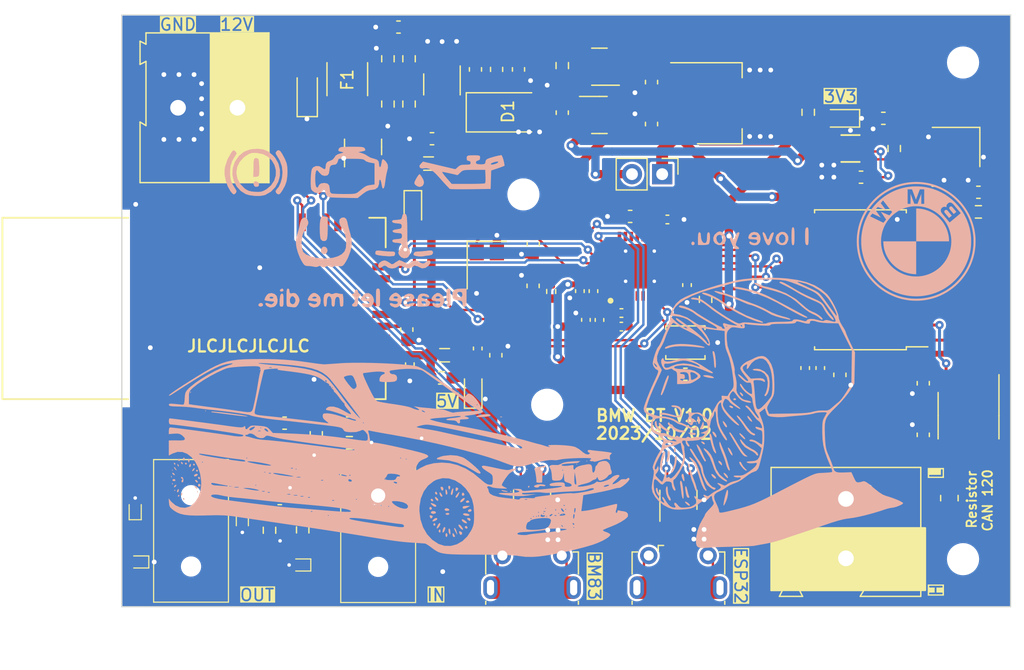
<source format=kicad_pcb>
(kicad_pcb (version 20221018) (generator pcbnew)
  (layers (0 "F.Cu" signal) (31 "B.Cu" signal) (34 "B.Paste" user) (35 "F.Paste" user) (36 "B.SilkS" user "B.Silkscreen") (37 "F.SilkS" user "F.Silkscreen") (38 "B.Mask" user) (39 "F.Mask" user) (44 "Edge.Cuts" user))
  (net 0 "")
  (net 1 "3P3_CPU")
  (net 2 "GND")
  (net 3 "XTAL_N")
  (net 4 "SYS_PWR")
  (net 5 "P3_2")
  (net 6 "AIR")
  (net 7 "/XTAL_MCP_IN")
  (net 8 "/XTAL_MCP1")
  (net 9 "BUCK_BST")
  (net 10 "BUCK_SW")
  (net 11 "+5.3V")
  (net 12 "+5V")
  (net 13 "SW_USB")
  (net 14 "BUCK_IN")
  (net 15 "ESP_EN")
  (net 16 "LD33_CDELAY")
  (net 17 "SW_5.3V")
  (net 18 "USB_5V")
  (net 19 "ADAP_IN")
  (net 20 "AIL")
  (net 21 "+12V")
  (net 22 "AOHPL")
  (net 23 "AOHPM")
  (net 24 "AOHPR")
  (net 25 "Net-(Q1-S)")
  (net 26 "LNA_IN")
  (net 27 "VDD3P3")
  (net 30 "MFB")
  (net 31 "RST_N")
  (net 34 "SI_2515")
  (net 35 "SO_2515")
  (net 36 "CS_2515")
  (net 37 "SCK_2515")
  (net 38 "INT_2515")
  (net 46 "USB_D-")
  (net 47 "USB_D+")
  (net 48 "/UART_TXD")
  (net 49 "/UART_RXD")
  (net 50 "XTAL_P")
  (net 51 "/CANL")
  (net 52 "/CANH")
  (net 53 "USB_CONN_D-")
  (net 54 "USB_CONN_D+")
  (net 55 "USB2_CONN_D-")
  (net 56 "USB2_CONN_D+")
  (net 57 "/XTAL_MCP2")
  (net 58 "BUCK_EN")
  (net 59 "BUCK_FB")
  (net 60 "LD33_PWRGD")
  (net 61 "USB2_D-")
  (net 62 "USB2_D+")
  (net 63 "TXCAN")
  (net 64 "RXCAN")
  (net 65 "/RP_Prot")
  (net 66 "Net-(C33-Pad1)")
  (net 67 "Net-(D9-A)")
  (net 68 "Net-(D10-A)")
  (net 73 "unconnected-(J4-Shield-Pad6)")
  (net 75 "unconnected-(J5-Shield-Pad6)")
  (net 114 "/AR")
  (net 115 "/AL")
  (net 116 "/A_T")
  (net 117 "/A_R1")
  (net 118 "/LED1")
  (footprint "Capacitor_SMD:C_0603_1608Metric_Pad1.08x0.95mm_HandSolder" (layer "F.Cu") (at 101.30625 74.61525 180)
    (fp_text reference "C1")
    (fp_text value "10u")
  )
  (footprint "Fuse:Fuse_1812_4532Metric_Pad1.30x3.40mm_HandSolder" (layer "F.Cu") (at 94.177 69.601 -90)
    (fp_text reference "F1")
    (fp_text value "500mA")
  )
  (footprint "Diode_SMD_Custom:D_SOD-882" (layer "F.Cu") (at 76.708 110.236 180)
    (fp_text reference "D6")
    (fp_text value "5V" hide)
  )
  (footprint "Capacitor_SMD:C_0402_1005Metric_Pad0.74x0.62mm_HandSolder" (layer "F.Cu") (at 115.403 89.8685 90)
    (fp_text reference "C21")
    (fp_text value "0.1u")
  )
  (footprint "Capacitor_SMD:C_0603_1608Metric_Pad1.08x0.95mm_HandSolder" (layer "F.Cu") (at 98.48575 65.21725 180)
    (fp_text reference "C3")
    (fp_text value "10u")
  )
  (footprint "Capacitor_SMD:C_0402_1005Metric_Pad0.74x0.62mm_HandSolder" (layer "F.Cu") (at 99.441 93.599 -90)
    (fp_text reference "C26")
    (fp_text value "1u")
  )
  (footprint "MountingHole:MountingHole_2.2mm_M2" (layer "F.Cu") (at 109 79.3)
    (fp_text reference "H3")
    (fp_text value "MountingHole")
  )
  (footprint "Custom:BM83_MCH" (layer "F.Cu") (at 81.28 88.9 90)
    (fp_text reference "U6")
    (fp_text value "BM83SM1-00TA")
  )
  (footprint "TerminalBlock:TerminalBlock_Altech_AK300-2_P5.00mm" (layer "F.Cu") (at 84.934 72.009 180)
    (fp_text reference "J1" hide)
    (fp_text value "Screw_Terminal_01x02" hide)
  )
  (footprint "Package_TO_SOT_SMD:SOT-23-6" (layer "F.Cu") (at 122.047 105.003199 90)
    (fp_text reference "U4")
    (fp_text value "USBLC6-2SC6")
  )
  (footprint "Capacitor_SMD:C_0402_1005Metric_Pad0.74x0.62mm_HandSolder" (layer "F.Cu") (at 114.895 87.4395 -90)
    (fp_text reference "C35")
    (fp_text value "10n")
  )
  (footprint "Capacitor_SMD:C_0402_1005Metric_Pad0.74x0.62mm_HandSolder" (layer "F.Cu") (at 121.118 81.411)
    (fp_text reference "C22")
    (fp_text value "100n")
  )
  (footprint "Capacitor_SMD:C_0603_1608Metric_Pad1.08x0.95mm_HandSolder" (layer "F.Cu") (at 109.815 86.999 90)
    (fp_text reference "C33")
    (fp_text value "10p")
  )
  (footprint "Capacitor_SMD:C_0402_1005Metric_Pad0.74x0.62mm_HandSolder" (layer "F.Cu") (at 114.26 89.8605 90)
    (fp_text reference "C20")
    (fp_text value "10u")
  )
  (footprint "Inductor_SMD:L_0402_1005Metric_Pad0.77x0.64mm_HandSolder" (layer "F.Cu") (at 117.2435 90.428)
    (fp_text reference "L3")
    (fp_text value "2nH")
  )
  (footprint "Capacitor_SMD:C_0603_1608Metric_Pad1.08x0.95mm_HandSolder" (layer "F.Cu") (at 99.187 90.678 -90)
    (fp_text reference "C27")
    (fp_text value "0.1uF")
  )
  (footprint "Diode_SMD_Custom:D_SOD-882" (layer "F.Cu") (at 76.327 105.918 90)
    (fp_text reference "D5")
    (fp_text value "5V" hide)
  )
  (footprint "Resistor_SMD:R_0603_1608Metric_Pad0.98x0.95mm_HandSolder" (layer "F.Cu") (at 140.208 75.438 -90)
    (fp_text reference "R5")
    (fp_text value "10k")
  )
  (footprint "Diode_SMD_Custom:D_SOD-882" (layer "F.Cu") (at 85.344 106.68 -90)
    (fp_text reference "D7")
    (fp_text value "5V" hide)
  )
  (footprint "Capacitor_SMD:C_0603_1608Metric_Pad1.08x0.95mm_HandSolder" (layer "F.Cu") (at 99.568 98.933)
    (fp_text reference "C10")
    (fp_text value "0.1uF")
  )
  (footprint "Resistor_SMD:R_0603_1608Metric_Pad0.98x0.95mm_HandSolder" (layer "F.Cu") (at 90.424 107.5355 90)
    (fp_text reference "R7")
    (fp_text value "1k 1%")
  )
  (footprint "Connector_PinHeader_2.54mm:PinHeader_1x02_P2.54mm_Vertical" (layer "F.Cu") (at 120.6765 77.597 -90)
    (fp_text reference "J6")
    (fp_text value "Conn_01x02_Pin")
  )
  (footprint "MountingHole:MountingHole_2.2mm_M2" (layer "F.Cu") (at 111 97)
    (fp_text reference "H4")
    (fp_text value "MountingHole")
  )
  (footprint "Capacitor_SMD:C_0603_1608Metric_Pad1.08x0.95mm_HandSolder" (layer "F.Cu") (at 147.2935 79.121 180)
    (fp_text reference "C30")
    (fp_text value "12p")
  )
  (footprint "Capacitor_SMD:C_0603_1608Metric_Pad1.08x0.95mm_HandSolder" (layer "F.Cu") (at 87.63 102.362 90)
    (fp_text reference "C13")
    (fp_text value "10uF 10V")
  )
  (footprint "Capacitor_SMD:C_0603_1608Metric_Pad1.08x0.95mm_HandSolder" (layer "F.Cu") (at 104.9645 68.78 -90)
    (fp_text reference "C2")
    (fp_text value "10n")
  )
  (footprint "Resistor_SMD:R_0603_1608Metric_Pad0.98x0.95mm_HandSolder" (layer "F.Cu") (at 97.59675 71.69425 -90)
    (fp_text reference "R2")
    (fp_text value "68k")
  )
  (footprint "Connector_Audio_Custom:SJ2-35863B1-SMT-TR" (layer "F.Cu") (at 96.774 113.648 90)
    (fp_text reference "J3")
    (fp_text value "SJ2-35863B1-SMT-TR")
  )
  (footprint "Resistor_SMD:R_0603_1608Metric_Pad0.98x0.95mm_HandSolder" (layer "F.Cu") (at 132.969 72.39 -90)
    (fp_text reference "R11")
    (fp_text value "1k")
  )
  (footprint "Resistor_SMD:R_0603_1608Metric_Pad0.98x0.95mm_HandSolder" (layer "F.Cu") (at 99.37475 71.69425 90)
    (fp_text reference "R1")
    (fp_text value "100k")
  )
  (footprint "Resistor_SMD:R_0603_1608Metric_Pad0.98x0.95mm_HandSolder" (layer "F.Cu") (at 94.35592 100.203 180)
    (fp_text reference "R10")
    (fp_text value "10k 1%")
  )
  (footprint "Capacitor_SMD:C_0603_1608Metric_Pad1.08x0.95mm_HandSolder" (layer "F.Cu") (at 112.2695 72.4215 90)
    (fp_text reference "C7")
    (fp_text value "10u")
  )
  (footprint "Inductor_SMD:L_0805_2012Metric_Pad1.05x1.20mm_HandSolder" (layer "F.Cu") (at 102.369 92.837)
    (fp_text reference "FB2")
    (fp_text value "100 @ 100M")
  )
  (footprint "Package_TO_SOT_SMD:TSOT-23-6_HandSoldering" (layer "F.Cu") (at 102.16875 70.04325 -90)
    (fp_text reference "U1")
    (fp_text value "MP2359DJ-LF-P")
  )
  (footprint "Capacitor_SMD:C_0603_1608Metric_Pad1.08x0.95mm_HandSolder" (layer "F.Cu") (at 117.983 81.153 180)
    (fp_text reference "C23")
    (fp_text value "10u")
  )
  (footprint "Capacitor_SMD:C_0402_1005Metric_Pad0.74x0.62mm_HandSolder" (layer "F.Cu") (at 133.985 93.9125 -90)
    (fp_text reference "C19")
    (fp_text value "100n")
  )
  (footprint "Package_SO:SOIC-8_3.9x4.9mm_P1.27mm" (layer "F.Cu") (at 146.46275 97.92375 -90)
    (fp_text reference "U8")
    (fp_text value "MCP2562-H-SN")
  )
  (footprint "Connector_USB:USB_Micro-B_Molex-105017-0001" (layer "F.Cu") (at 109.728 111.1575)
    (fp_text reference "J5")
    (fp_text value "USB_B_Micro")
  )
  (footprint "Diode_SMD_Custom:D_SOD-882" (layer "F.Cu") (at 90.343 110.49 180)
    (fp_text reference "D8")
    (fp_text value "5V" hide)
  )
  (footprint "Package_SO:SOIC-18W_7.5x11.6mm_P1.27mm" (layer "F.Cu") (at 137.365 86.487 180)
    (fp_text reference "U7")
    (fp_text value "MCP2515-xSO")
  )
  (footprint "Capacitor_SMD:C_0402_1005Metric_Pad0.74x0.62mm_HandSolder" (layer "F.Cu") (at 105.156 92.2695 90)
    (fp_text reference "C24")
    (fp_text value "0.1u")
  )
  (footprint "Capacitor_SMD:C_0603_1608Metric_Pad1.08x0.95mm_HandSolder" (layer "F.Cu") (at 139.2925 72.898 180)
    (fp_text reference "C9")
    (fp_text value "10u")
  )
  (footprint "Capacitor_SMD:C_0402_1005Metric_Pad0.74x0.62mm_HandSolder" (layer "F.Cu") (at 113.752 87.4395 -90)
    (fp_text reference "C36")
    (fp_text value "1u")
  )
  (footprint "Diode_SMD:D_0603_1608Metric_Pad1.05x0.95mm_HandSolder" (layer "F.Cu") (at 104.775 95.631 90)
    (fp_text reference "D10")
    (fp_text value "GREEN")
  )
  (footprint "Capacitor_SMD:C_0603_1608Metric_Pad1.08x0.95mm_HandSolder" (layer "F.Cu") (at 106.68 92.837 90)
    (fp_text reference "C25")
    (fp_text value "10u")
  )
  (footprint "MountingHole:MountingHole_2.2mm_M2" (layer "F.Cu") (at 146 110)
    (fp_text reference "H2")
    (fp_text value "MountingHole")
  )
  (footprint "Capacitor_SMD:C_0603_1608Metric_Pad1.08x0.95mm_HandSolder" (layer "F.Cu") (at 109.82825 83.4695 -90)
    (fp_text reference "C32")
    (fp_text value "10p")
  )
  (footprint "Diode_SMD:D_SOD-323_HandSoldering" (layer "F.Cu") (at 90.8065 70.744 90)
    (fp_text reference "D4")
    (fp_text value "CDSOD323-T12LC")
  )
  (footprint "LED_SMD:LED_0603_1608Metric_Pad1.05x0.95mm_HandSolder" (layer "F.Cu") (at 99.695 80.645 -90)
    (fp_text reference "D11")
    (fp_text value "BLUE")
  )
  (footprint "Crystal:Crystal_SMD_3225-4Pin_3.2x2.5mm" (layer "F.Cu") (at 105.917 85.2475 -90)
    (fp_text reference "X2")
    (fp_text value "40MHz")
  )
  (footprint "Custom:DFN8_2x3MC_MCH" (layer "F.Cu") (at 136.525 75.438)
    (fp_text reference "U3")
    (fp_text value "MCP1725-3302E/MC")
  )
  (footprint "Package_TO_SOT_SMD:SOT-223-3_TabPin2" (layer "F.Cu") (at 125.4975 71.628)
    (fp_text reference "U2")
    (fp_text value "MCP1825S")
  )
  (footprint "Diode_SMD:D_SMA" (layer "F.Cu") (at 107.6975 72.395)
    (fp_text reference "D1")
    (fp_text value "B230A-13-F")
  )
  (footprint "Capacitor_SMD:C_0402_1005Metric_Pad0.74x0.62mm_HandSolder" (layer "F.Cu") (at 122.769 86.9315 -90)
    (fp_text reference "C37")
    (fp_text value "0.1u")
  )
  (footprint "Capacitor_SMD:C_0402_1005Metric_Pad0.74x0.62mm_HandSolder" (layer "F.Cu") (at 132.715 93.9125 -90)
    (fp_text reference "C18")
    (fp_text value "100n")
  )
  (footprint "Capacitor_SMD:C_0603_1608Metric_Pad1.08x0.95mm_HandSolder" (layer "F.Cu") (at 119.7825 73.3795 90)
    (fp_text reference "C6")
    (fp_text value "4.7u")
  )
  (footprint "Resistor_SMD:R_0603_1608Metric_Pad0.98x0.95mm_HandSolder" (layer "F.Cu") (at 97.59675 67.88425 90)
    (fp_text reference "R4")
    (fp_text value "8k45")
  )
  (footprint "Capacitor_SMD:C_0603_1608Metric_Pad1.08x0.95mm_HandSolder" (layer "F.Cu") (at 88.9 98.552 180)
    (fp_text reference "C14")
    (fp_text value "10uF 10V")
  )
  (footprint "Connector_USB:USB_Micro-B_Molex-105017-0001" (layer "F.Cu") (at 122.047 111.1575)
    (fp_text reference "J4")
    (fp_text value "USB_B_Micro")
  )
  (footprint "Resistor_SMD:R_0603_1608Metric_Pad0.98x0.95mm_HandSolder" (layer "F.Cu") (at 87.63 107.569 -90)
    (fp_text reference "R9")
    (fp_text value "10k 1%")
  )
  (footprint "Resistor_SMD:R_0805_2012Metric" (layer "F.Cu") (at 144.85 104.8635 90)
    (fp_text reference "R16")
    (fp_text value "100k")
  )
  (footprint "Resistor_SMD:R_0603_1608Metric_Pad0.98x0.95mm_HandSolder" (layer "F.Cu") (at 102.108 94.742)
    (fp_text reference "R12")
    (fp_text value "1k")
  )
  (footprint "Capacitor_SMD:C_0603_1608Metric_Pad1.08x0.95mm_HandSolder" (layer "F.Cu") (at 108.5865 68.78 -90)
    (fp_text reference "C4")
    (fp_text value "10u")
  )
  (footprint "TerminalBlock:TerminalBlock_Altech_AK300-2_P5.00mm" (layer "F.Cu") (at 136.144 104.931 -90)
    (fp_text reference "J7" hide)
    (fp_text value "Screw_Terminal_01x02" hide)
  )
  (footprint "Capacitor_SMD:C_0603_1608Metric_Pad1.08x0.95mm_HandSolder" (layer "F.Cu") (at 122.633 94.4365)
    (fp_text reference "C34")
    (fp_text value "100n")
  )
  (footprint "Package_TO_SOT_SMD:SOT-23" (layer "F.Cu") (at 95.504 75.3021 90)
    (fp_text reference "Q1")
    (fp_text value "RRR040P03TL")
  )
  (footprint "Capacitor_SMD:C_0603_1608Metric_Pad1.08x0.95mm_HandSolder" (layer "F.Cu") (at 91.567 99.4145 -90)
    (fp_text reference "C12")
    (fp_text value "470pF")
  )
  (footprint "Capacitor_SMD:C_0402_1005Metric_Pad0.74x0.62mm_HandSolder" (layer "F.Cu") (at 117.2485 89.285 180)
    (fp_text reference "C38")
    (fp_text value "0.1u")
  )
  (footprint "Capacitor_SMD:C_0603_1608Metric_Pad1.08x0.95mm_HandSolder" (layer "F.Cu") (at 143.5365 79.121)
    (fp_text reference "C31")
    (fp_text value "12p")
  )
  (footprint "LED_SMD:LED_0603_1608Metric_Pad1.05x0.95mm_HandSolder" (layer "F.Cu") (at 135.636 72.898 180)
    (fp_text reference "D9")
    (fp_text value "Blue")
  )
  (footprint "Inductor_SMD:L_0805_2012Metric_Pad1.05x1.20mm_HandSolder" (layer "F.Cu") (at 101.01875 76.70625)
    (fp_text reference "FB1")
    (fp_text value "600 @ 600MHz")
  )
  (footprint "Capacitor_SMD:C_0603_1608Metric_Pad1.08x0.95mm_HandSolder" (layer "F.Cu") (at 137.414 77.851 180)
    (fp_text reference "C8")
    (fp_text value "1n")
  )
  (footprint "Capacitor_SMD:C_0603_1608Metric_Pad1.08x0.95mm_HandSolder" (layer "F.Cu") (at 135.636 94.488 -90)
    (fp_text reference "C17")
    (fp_text value "10u")
  )
  (footprint "Resistor_SMD:R_0603_1608Metric_Pad0.98x0.95mm_HandSolder" (layer "F.Cu") (at 99.37475 67.88425 -90)
    (fp_text reference "R3")
    (fp_text value "47k")
  )
  (footprint "Crystal:Crystal_SMD_3225-4Pin_3.2x2.5mm" (layer "F.Cu") (at 145.415 75.311 180)
    (fp_text reference "X1")
    (fp_text value "16MHz")
  )
  (footprint "Connector_Audio_Custom:SJ2-35863B1-SMT-TR" (layer "F.Cu") (at 81.026 113.617 90)
    (fp_text reference "J2")
    (fp_text value "SJ2-35863B1-SMT-TR")
  )
  (footprint "Resistor_SMD:R_0603_1608Metric_Pad0.98x0.95mm_HandSolder" (layer "F.Cu") (at 147.2935 80.772)
    (fp_text reference "R13")
    (fp_text value "22R")
  )
  (footprint "Resistor_SMD:R_0402_1005Metric_Pad0.72x0.64mm_HandSolder" (layer "F.Cu") (at 111.339 87.4695 -90)
    (fp_text reference "R14")
    (fp_text value "22R")
  )
  (footprint "Resistor_SMD:R_0603_1608Metric_Pad0.98x0.95mm_HandSolder" (layer "F.Cu") (at 94.361 98.552 180)
    (fp_text reference "R8")
    (fp_text value "1k 1%")
  )
  (footprint "Capacitor_SMD:C_0603_1608Metric_Pad1.08x0.95mm_HandSolder" (layer "F.Cu") (at 142.65275 95.19475 -90)
    (fp_text reference "C28")
    (fp_text value "100n")
  )
  (footprint "Capacitor_SMD:C_0603_1608Metric_Pad1.08x0.95mm_HandSolder" (layer "F.Cu") (at 142.65275 99.53625 90)
    (fp_text reference "C29")
    (fp_text value "100n")
  )
  (footprint "Resistor_SMD:R_0603_1608Metric_Pad0.98x0.95mm_HandSolder" (layer "F.Cu") (at 112.2695 68.458 -90)
    (fp_text reference "R6")
    (fp_text value "100k")
  )
  (footprint "Capacitor_SMD:C_0603_1608Metric_Pad1.08x0.95mm_HandSolder" (layer "F.Cu") (at 119.7825 69.85 -90)
    (fp_text reference "C5")
    (fp_text value "4.7u")
  )
  (footprint "Button_Switch_SMD:SW_SPST_B3U-1000P" (layer "F.Cu") (at 122.633 91.7695)
    (fp_text reference "SW1")
    (fp_text value "SW_Push")
  )
  (footprint "MountingHole:MountingHole_2.2mm_M2" (layer "F.Cu") (at 146 68.2)
    (fp_text reference "H1")
    (fp_text value "MountingHole")
  )
  (footprint "Custom:QFN50P500X500X90-33N-D" (layer "F.Cu") (at 118.832 85.348 90)
    (fp_text reference "IC1")
    (fp_text value "ESP32-C3" hide)
  )
  (footprint "Package_TO_SOT_SMD:SOT-23" (layer "F.Cu") (at 115.396 72.616)
    (fp_text reference "Q2")
    (fp_text value "IRLML6401TRPBF")
  )
  (footprint "Inductor_SMD:L_0603_1608Metric_Pad1.05x0.95mm_HandSolder" (layer "F.Cu") (at 106.7425 68.78 90)
    (fp_text reference "L1")
    (fp_text value "14u")
  )
  (footprint "Package_TO_SOT_SMD:SOT-23" (layer "F.Cu") (at 115.396 68.552 180)
    (fp_text reference "Q3")
    (fp_text value "IRLML6401TRPBF")
  )
  (footprint "Package_TO_SOT_SMD:SOT-23-6" (layer "F.Cu") (at 109.728 105.003199 90)
    (fp_text reference "U5")
    (fp_text value "USBLC6-2SC6")
  )
  (footprint "Resistor_SMD:R_0603_1608Metric_Pad0.98x0.95mm_HandSolder" (layer "F.Cu") (at 124.333 88.138 -90)
    (fp_text reference "R15")
    (fp_text value "5k1")
  )
  (footprint "Capacitor_SMD:C_0603_1608Metric_Pad1.08x0.95mm_HandSolder" (layer "F.Cu") (at 88.4925 104.902 180)
    (fp_text reference "C11")
    (fp_text value "470pF")
  )
  (footprint "LOGO" (layer "B.Cu") (at 142.056 83.25 180)
    (fp_text reference "G***")
    (fp_text value "LOGO" hide)
  )
  (footprint "LOGO" (layer "B.Cu") (at 110.311786 92.644597 180)
    (fp_text reference "G***")
    (fp_text value "LOGO" hide)
  )
  (footprint "LOGO" (layer "B.Cu") (at 110.311786 92.644597 180)
    (fp_text reference "G***")
    (fp_text value "LOGO" hide)
  )
  (gr_rect (start 82.7 65.8) (end 87.5 78.2) (stroke (width 0.2)) (fill solid) (layer "F.SilkS"))
  (gr_rect (start 129.864 107.38) (end 142.818 112.6124) (stroke (width 0.15)) (fill solid) (layer "F.SilkS"))
  (gr_line (start 150 114) (end 75.2 114) (stroke (width 0.1)) (layer "Edge.Cuts"))
  (gr_line (start 75.2 64.2) (end 150 64.2) (stroke (width 0.1)) (layer "Edge.Cuts"))
  (gr_line (start 75.2 114) (end 75.2 64.2) (stroke (width 0.1)) (layer "Edge.Cuts"))
  (gr_line (start 150 114) (end 150 64.2) (stroke (width 0.1)) (layer "Edge.Cuts"))
  (gr_text "3V3" (at 134.2 71.65) (layer "F.SilkS" knockout) (effects (font (size 1 1)) (justify left bottom)))
  (gr_text "5V" (at 101.55 97.3) (layer "F.SilkS" knockout) (effects (font (size 1 1)) (justify left bottom)))
  (gr_text "12V" (at 83.382 65.597) (layer "F.SilkS" knockout) (effects (font (size 1 1)) (justify left bottom)))
  (gr_text "H" (at 144.342 113.222 90) (layer "F.SilkS" knockout) (effects (font (size 1 1)) (justify left bottom)))
  (gr_text "ESP32" (at 126.689 108.904 270) (layer "F.SilkS" knockout) (effects (font (size 1 1)) (justify left bottom)))
  (gr_text "IN" (at 100.781 113.603) (layer "F.SilkS" knockout) (effects (font (size 1 1)) (justify left bottom)))
  (gr_text "GND" (at 78.302 65.597) (layer "F.SilkS" knockout) (effects (font (size 1 1)) (justify left bottom)))
  (gr_text "OUT" (at 85.0584 113.603) (layer "F.SilkS" knockout) (effects (font (size 1 1)) (justify left bottom)))
  (gr_text "CAN 120" (at 148.533 107.761 90) (layer "F.SilkS") (effects (font (size 0.8 0.8)) (justify left bottom)))
  (gr_text "BM83" (at 114.37 109.285 270) (layer "F.SilkS" knockout) (effects (font (size 1 1)) (justify left bottom)))
  (gr_text "2023/10/02" (at 115 100) (layer "F.SilkS") (effects (font (size 1 1) (thickness 0.2) bold) (justify left bottom)))
  (gr_text "BMW BT V1.0" (at 115 98.5) (layer "F.SilkS") (effects (font (size 1 1) (thickness 0.2) bold) (justify left bottom)))
  (gr_text "Resistor" (at 147.2 107.5 90) (layer "F.SilkS") (effects (font (size 0.8 0.8)) (justify left bottom)))
  (gr_text "L" (at 144.342 103.316 90) (layer "F.SilkS" knockout) (effects (font (size 1 1)) (justify left bottom)))
  (gr_text "JLCJLCJLCJLC" (at 80.588 92.648) (layer "F.SilkS") (effects (font (size 1 1) (thickness 0.2) bold) (justify left bottom)))
  (segment (start 112.736 86.872) (end 112.863 86.872) (width 0.5) (layer "F.Cu") (net 1))
  (segment (start 119.1035 81.411) (end 118.8455 81.153) (width 0.5) (layer "F.Cu") (net 1))
  (segment (start 126.299 88.519) (end 126.299 93.919) (width 0.7) (layer "F.Cu") (net 1))
  (segment (start 116.671 90.428) (end 115.411 90.428) (width 0.5) (layer "F.Cu") (net 1))
  (segment (start 140.208 74.5255) (end 140.208 72.951) (width 0.7) (layer "F.Cu") (net 1))
  (segment (start 115.756 87.098) (end 116.332 87.098) (width 0.3) (layer "F.Cu") (net 1))
  (segment (start 131.572 91.567) (end 132.715 91.567) (width 0.3) (layer "F.Cu") (net 1))
  (segment (start 135.636 93.6255) (end 137.1865 93.6255) (width 0.7) (layer "F.Cu") (net 1))
  (segment (start 132.715 93.345) (end 133.985 93.345) (width 0.7) (layer "F.Cu") (net 1))
  (segment (start 137.1865 93.6255) (end 138.938 95.377) (width 0.7) (layer "F.Cu") (net 1))
  (segment (start 138.938 97.79) (end 141.54675 100.39875) (width 0.7) (layer "F.Cu") (net 1))
  (segment (start 126.2888 82.7532) (end 126.2888 79.9592) (width 0.7) (layer "F.Cu") (net 1))
  (segment (start 135.3555 93.345) (end 135.636 93.6255) (width 0.7) (layer "F.Cu") (net 1))
  (segment (start 142.65275 100.39875) (end 144.55775 100.39875) (width 0.7) (layer "F.Cu") (net 1))
  (segment (start 115.804 86.598) (end 115.53 86.872) (width 0.3) (layer "F.Cu") (net 1))
  (segment (start 121.332 86.098) (end 122.503 86.098) (width 0.3) (layer "F.Cu") (net 1))
  (segment (start 120.582 82.848) (end 120.582 81.4425) (width 0.3) (layer "F.Cu") (net 1))
  (segment (start 111.887 90.424) (end 111.891 90.428) (width 0.7) (layer "F.Cu") (net 1))
  (segment (start 115.403 90.436) (end 114.268 90.436) (width 0.5) (layer "F.Cu") (net 1))
  (segment (start 120.5505 81.411) (end 119.1035 81.411) (width 0.5) (layer "F.Cu") (net 1))
  (segment (start 114.681 95.758) (end 111.887 92.964) (width 0.7) (layer "F.Cu") (net 1))
  (segment (start 133.096 71.6045) (end 132.969 71.4775) (width 0.7) (layer "F.Cu") (net 1))
  (segment (start 126.299 93.919) (end 124.46 95.758) (width 0.7) (layer "F.Cu") (net 1))
  (segment (start 115.756 87.098) (end 115.53 86.872) (width 0.3) (layer "F.Cu") (net 1))
  (segment (start 124.46 95.758) (end 114.681 95.758) (width 0.7) (layer "F.Cu") (net 1))
  (segment (start 114.268 90.436) (end 114.26 90.428) (width 0.5) (layer "F.Cu") (net 1))
  (segment (start 140.335 74.5255) (end 140.172501 74.687999) (width 0.2) (layer "F.Cu") (net 1))
  (segment (start 125.0055 87.2255) (end 124.333 87.2255) (width 0.7) (layer "F.Cu") (net 1))
  (segment (start 137.9196 75.188) (end 137.9196 74.687999) (width 0.4) (layer "F.Cu") (net 1))
  (segment (start 140.155 72.898) (end 138.8615 71.6045) (width 0.7) (layer "F.Cu") (net 1))
  (segment (start 126.238 82.804) (end 126.2888 82.7532) (width 0.7) (layer "F.Cu") (net 1))
  (segment (start 133.985 93.345) (end 135.3555 93.345) (width 0.7) (layer "F.Cu") (net 1))
  (segment (start 131.191 73.2555) (end 131.191 75.057) (width 0.7) (layer "F.Cu") (net 1))
  (segment (start 132.715 91.567) (end 132.715 93.345) (width 0.7) (layer "F.Cu") (net 1))
  (segment (start 141.54675 100.39875) (end 142.65275 100.39875) (width 0.7) (layer "F.Cu") (net 1))
  (segment (start 113.752 86.872) (end 112.736 86.872) (width 0.5) (layer "F.Cu") (net 1))
  (segment (start 116.332 86.598) (end 115.804 86.598) (width 0.3) (layer "F.Cu") (net 1))
  (segment (start 126.111 80.137) (end 121.285 80.137) (width 0.7) (layer "F.Cu") (net 1))
  (segment (start 126.299 88.519) (end 125.0055 87.2255) (width 0.7) (layer "F.Cu") (net 1))
  (segment (start 122.503 86.098) (end 122.769 86.364) (width 0.3) (layer "F.Cu") (net 1))
  (segment (start 132.969 71.4775) (end 131.191 73.2555) (width 0.7) (layer "F.Cu") (net 1))
  (segment (start 127.2305 87.2255) (end 131.572 91.567) (width 0.3) (layer "F.Cu") (net 1))
  (segment (start 120.582 81.4425) (end 120.5505 81.411) (width 0.3) (layer "F.Cu") (net 1))
  (segment (start 120.5505 80.8715) (end 120.5505 81.411) (width 0.7) (layer "F.Cu") (net 1))
  (segment (start 138.8615 71.6045) (end 133.096 71.6045) (width 0.7) (layer "F.Cu") (net 1))
  (segment (start 123.4715 86.364) (end 124.333 87.2255) (width 0.3) (layer "F.Cu") (net 1))
  (segment (start 122.769 86.364) (end 123.4715 86.364) (width 0.3) (layer "F.Cu") (net 1))
  (segment (start 131.191 75.057) (end 126.111 80.137) (width 0.7) (layer "F.Cu") (net 1))
  (segment (start 140.172501 74.687999) (end 137.9196 74.687999) (width 0.4) (layer "F.Cu") (net 1))
  (segment (start 121.285 80.137) (end 120.5505 80.8715) (width 0.7) (layer "F.Cu") (net 1))
  (segment (start 140.208 72.951) (end 140.155 72.898) (width 0.7) (layer "F.Cu") (net 1))
  (segment (start 124.333 87.2255) (end 127.2305 87.2255) (width 0.3) (layer "F.Cu") (net 1))
  (segment (start 126.2888 79.9592) (end 126.111 80.137) (width 0.7) (layer "F.Cu") (net 1))
  (segment (start 111.891 90.428) (end 114.26 90.428) (width 0.7) (layer "F.Cu") (net 1))
  (segment (start 115.411 90.428) (end 115.403 90.436) (width 0.5) (layer "F.Cu") (net 1))
  (segment (start 113.752 86.872) (end 115.53 86.872) (width 0.5) (layer "F.Cu") (net 1))
  (segment (start 138.938 95.377) (end 138.938 97.79) (width 0.7) (layer "F.Cu") (net 1))
  (via (at 111.887 90.424) (size 0.8) (drill 0.4) (layers "F.Cu" "B.Cu") (net 1))
  (via (at 126.2888 82.804) (size 0.8) (drill 0.4) (layers "F.Cu" "B.Cu") (net 1))
  (via (at 112.736 86.872) (size 0.8) (drill 0.4) (layers "F.Cu" "B.Cu") (net 1))
  (via (at 126.299 88.519) (size 0.8) (drill 0.4) (layers "F.Cu" "B.Cu") (net 1))
  (via (at 111.887 92.964) (size 0.8) (drill 0.4) (layers "F.Cu" "B.Cu") (net 1))
  (segment (start 111.887 87.503) (end 112.518 86.872) (width 0.7) (layer "B.Cu") (net 1))
  (segment (start 126.2888 82.804) (end 126.2888 88.5088) (width 0.7) (layer "B.Cu") (net 1))
  (segment (start 126.2888 88.5088) (end 126.299 88.519) (width 0.7) (layer "B.Cu") (net 1))
  (segment (start 111.887 90.424) (end 111.887 87.503) (width 0.7) (layer "B.Cu") (net 1))
  (segment (start 112.518 86.872) (end 112.736 86.872) (width 0.7) (layer "B.Cu") (net 1))
  (segment (start 111.887 92.964) (end 111.887 90.424) (width 0.7) (layer "B.Cu") (net 1))
  (segment (start 123.347 109.695) (end 123.347 108.3173) (width 0.4) (layer "F.Cu") (net 2))
  (segment (start 117.1205 81.153) (end 116.078 81.153) (width 0.5) (layer "F.Cu") (net 2))
  (segment (start 124.333 91.7695) (end 124.333 93.599) (width 0.3) (layer "F.Cu") (net 2))
  (segment (start 112.2695 69.823) (end 112.2695 69.3705) (width 1) (layer "F.Cu") (net 2))
  (segment (start 76.70038 92.1893) (end 77.5843 92.1893) (width 0.7) (layer "F.Cu") (net 2))
  (segment (start 86.80958 85.471) (end 86.80958 84.12988) (width 0.7) (layer "F.Cu") (net 2))
  (segment (start 99.441 94.1665) (end 99.441 95.123) (width 0.5) (layer "F.Cu") (net 2))
  (segment (start 97.59675 66.97175) (end 96.64655 66.97175) (width 0.7) (layer "F.Cu") (net 2))
  (segment (start 106.7805 92.075) (end 107.696 92.075) (width 0.7) (layer "F.Cu") (net 2))
  (segment (start 125.349 91.7695) (end 124.333 91.7695) (width 0.7) (layer "F.Cu") (net 2))
  (segment (start 108.8655 86.1365) (end 108.839 86.11) (width 0.7) (layer "F.Cu") (net 2))
  (segment (start 122.555 105.003199) (end 124.206 105.003199) (width 0.4) (layer "F.Cu") (net 2))
  (segment (start 110.5335 71.559) (end 112.2695 71.559) (width 1) (layer "F.Cu") (net 2))
  (segment (start 102.2096 111.0488) (end 100.2748 111.0488) (width 0.5) (layer "F.Cu") (net 2))
  (segment (start 96.57225 65.21725) (end 96.56905 65.22045) (width 0.7) (layer "F.Cu") (net 2))
  (segment (start 77.108 110.236) (end 77.9272 110.236) (width 0.5) (layer "F.Cu") (net 2))
  (segment (start 132.715 94.48) (end 133.985 94.48) (width 0.7) (layer "F.Cu") (net 2))
  (segment (start 88.4955 108.4815) (end 87.63 108.4815) (width 0.25) (layer "F.Cu") (net 2))
  (segment (start 123.3424 108.3127) (end 123.3932 108.3127) (width 0.7) (layer "F.Cu") (net 2))
  (segment (start 106.68 91.9745) (end 106.7805 92.075) (width 0.7) (layer "F.Cu") (net 2))
  (segment (start 96.1644 100.203) (end 95.26842 100.203) (width 0.25) (layer "F.Cu") (net 2))
  (segment (start 109.728 106.140699) (end 109.728 105.511199) (width 0.4) (layer "F.Cu") (net 2))
  (segment (start 122.769 87.499) (end 122.769 88.392) (width 0.5) (layer "F.Cu") (net 2))
  (segment (start 111.0488 107.5507) (end 111.0488 108.3635) (width 0.7) (layer "F.Cu") (net 2))
  (segment (start 110.236 105.003199) (end 111.887 105.003199) (width 0.4) (layer "F.Cu") (net 2))
  (segment (start 119.7825 70.7125) (end 119.7825 72.517) (width 0.7) (layer "F.Cu") (net 2))
  (segment (start 110.9995 70.109) (end 110.9995 71.093) (width 1) (layer "F.Cu") (net 2))
  (segment (start 97.58505 73.33355) (end 97.58505 73.55165) (width 0.7) (layer "F.Cu") (net 2))
  (segment (start 97.59675 73.34525) (end 97.58505 73.33355) (width 0.7) (layer "F.Cu") (net 2))
  (segment (start 100.44375 74.61525) (end 99.41385 74.61525) (width 0.7) (layer "F.Cu") (net 2))
  (segment (start 99.187 91.5405) (end 99.2875 91.44) (width 0.3) (layer "F.Cu") (net 2))
  (segment (start 105.029 87.63) (end 105.067 87.668) (width 0.7) (layer "F.Cu") (net 2))
  (segment (start 136.5504 95.3505) (end 135.636 95.3505) (width 0.7) (layer "F.Cu") (net 2))
  (segment (start 90.7796 72.9488) (end 90.8065 72.9219) (width 0.7) (layer "F.Cu") (net 2))
  (segment (start 91.3892 101.2444) (end 91.567 101.0666) (width 0.2) (layer "F.Cu") (net 2))
  (segment (start 123.347 108.3173) (end 123.3424 108.3127) (width 0.4) (layer "F.Cu") (net 2))
  (segment (start 97.62325 66.94525) (end 97.59675 66.97175) (width 0.7) (layer "F.Cu") (net 2))
  (segment (start 124.206 105.003199) (end 124.079 105.003199) (width 0.4) (layer "F.Cu") (net 2))
  (segment (start 100.2748 111.0488) (end 100.274 111.048) (width 0.5) (layer "F.Cu") (net 2))
  (segment (start 123.3932 108.3127) (end 124.206 107.4999) (width 0.7) (layer "F.Cu") (net 2))
  (segment (start 100.4316 99.822) (end 100.4305 98.933) (width 0.25) (layer "F.Cu") (net 2))
  (segment (start 145.95475 97.88525) (end 145.16625 98.67375) (width 0.5) (layer "F.Cu") (net 2))
  (segment (start 148.36775 100.39875) (end 148.36775 99.21875) (width 0.5) (layer "F.Cu") (net 2))
  (segment (start 106.68 91.9745) (end 106.5265 91.821) (width 0.5) (layer "F.Cu") (net 2))
  (segment (start 111.0488 108.3635) (end 111.0996 108.3635) (width 0.4) (layer "F.Cu") (net 2))
  (segment (start 89.3572 103.9876) (end 89.355 104.902) (width 0.25) (layer "F.Cu") (net 2))
  (segment (start 142.65275 96.05725) (end 141.73755 96.05725) (width 0.7) (layer "F.Cu") (net 2))
  (segment (start 85.344 107.08) (end 85.344 107.7468) (width 0.5) (layer "F.Cu") (net 2))
  (segment (start 146.431 78.105) (end 146.431 79.121) (width 0.7) (layer "F.Cu") (net 2))
  (segment (start 136.525 75.438) (end 136.525 73.914) (width 0.7) (layer "F.Cu") (net 2))
  (segment (start 124.206 108.3127) (end 124.206 107.4999) (width 0.7) (layer "F.Cu") (net 2))
  (segment (start 147.09775 96.74225) (end 145.95475 97.88525) (width 0.5) (layer "F.Cu") (net 2))
  (segment (start 148.36775 99.21875) (end 147.03425 97.88525) (width 0.5) (layer "F.Cu") (net 2))
  (segment (start 97.62325 65.21725) (end 96.57225 65.21725) (width 0.7) (layer "F.Cu") (net 2))
  (segment (start 137.541 72.898) (end 138.43 72.898) (width 0.7) (layer "F.Cu") (net 2))
  (segment (start 97.62325 65.21725) (end 97.62325 66.94525) (width 0.7) (layer "F.Cu") (net 2))
  (segment (start 96.2152 100.1776) (end 96.1644 100.203) (width 0.25) (layer "F.Cu") (net 2))
  (segment (start 116.681 89.285) (end 115.419 89.285) (width 0.5) (layer "F.Cu") (net 2))
  (segment (start 100.1765 91.5405) (end 100.203 91.567) (width 0.7) (layer "F.Cu") (net 2))
  (segment (start 145.16625 98.67375) (end 142.65275 98.67375) (width 0.5) (layer "F.Cu") (net 2))
  (segment (start 114.26 89.293) (end 115.395 89.293) (width 0.5) (layer "F.Cu") (net 2))
  (segment (start 115.403 89.301) (end 115.403 88.515) (width 0.5) (layer "F.Cu") (net 2))
  (segment (start 122.047 106.140699) (end 122.047 105.511199) (width 0.4) (layer "F.Cu") (net 2))
  (segment (start 115.419 89.285) (end 115.403 89.301) (width 0.5) (layer "F.Cu") (net 2))
  (segment (start 113.752 88.007) (end 114.895 88.007) (width 0.5) (layer "F.Cu") (net 2))
  (segment (start 136.525 73.914) (end 136.525 72.912) (width 0.7) (layer "F.Cu") (net 2))
  (segment (start 88.519 108.458) (end 88.5425 108.4815) (width 0.25) (layer "F.Cu") (net 2))
  (segment (start 76.327 104.8766) (end 76.327 105.518) (width 0.5) (layer "F.Cu") (net 2))
  (segment (start 88.5425 108.4815) (end 88.6225 108.4815) (width 0.25) (layer "F.Cu") (net 2))
  (segment (start 147.03425 97.88525) (end 145.95475 97.88525) (width 0.5) (layer "F.Cu") (net 2))
  (segment (start 135.774999 76.188001) (end 136.525 75.438) (width 0.25) (layer "F.Cu") (net 2))
  (segment (start 106.5265 91.821) (end 105.275 91.821) (width 0.5) (layer "F.Cu") (net 2))
  (segment (start 111.9124 108.3635) (end 111.9124 107.5507) (width 0.7) (layer "F.Cu") (net 2))
  (segment (start 91.567 101.0666) (end 91.567 100.277) (width 0.2) (layer "F.Cu") (net 2))
  (segment (start 122.515 81.411) (end 121.6855 81.411) (width 0.5) (layer "F.Cu") (net 2))
  (segment (start 110.9995 70.109) (end 111.9835 70.109) (width 1) (layer "F.Cu") (net 2))
  (segment (start 115.395 89.293) (end 115.403 89.301) (width 0.5) (layer "F.Cu") (net 2))
  (segment (start 90.8065 72.9219) (end 90.8065 71.994) (width 0.7) (layer "F.Cu") (net 2))
  (segment (start 88.6225 108.4815) (end 88.646 108.458) (width 0.25) (layer "F.Cu") (net 2))
  (segment (start 102.15705 66.43965) (end 102.16875 66.45135) (width 0.7) (layer "F.Cu") (net 2))
  (segment (start 111.9124 107.5507) (end 111.0488 107.5507) (width 0.7) (layer "F.Cu") (net 2))
  (segment (start 142.65275 98.67375) (end 141.73725 98.67375) (width 0.7) (layer "F.Cu") (net 2))
  (segment (start 94.6598 76.2623) (end 94.6825 76.2396) (width 0.7) (layer "F.Cu") (net 2))
  (segment (start 96.1136 100.203) (end 96.2152 100.1776) (width 0.25) (layer "F.Cu") (net 2))
  (segment (start 141.73725 98.67375) (end 141.732 98.679) (width 0.7) (layer "F.Cu") (net 2))
  (segment (start 108.5865 69.6425) (end 108.5865 71.284) (width 1) (layer "F.Cu") (net 2))
  (segment (start 135.1304 76.188001) (end 135.774999 76.188001) (width 0.25) (layer "F.Cu") (net 2))
  (segment (start 99.187 91.5405) (end 100.1765 91.5405) (width 0.7) (layer "F.Cu") (net 2))
  (segment (start 106.767 82.7395) (end 106.767 84.1475) (width 0.7) (layer "F.Cu") (net 2))
  (segment (start 124.206 108.3127) (end 123.3424 108.3127) (width 0.7) (layer "F.Cu") (net 2))
  (segment (start 105.067 87.592) (end 105.029 87.63) (width 0.7) (layer "F.Cu") (net 2))
  (segment (start 91.37904 96.15043) (end 91.37904 94.869) (width 0.5) (layer "F.Cu") (net 2))
  (segment (start 111.0996 108.3635) (end 111.9124 107.5507) (width 0.4) (layer "F.Cu") (net 2))
  (segment (start 115.403 88.515) (end 114.895 88.007) (width 0.5) (layer "F.Cu") (net 2))
  (segment (start 123.3424 107.4999) (end 123.3424 108.3127) (width 0.7) (layer "F.Cu") (net 2))
  (segment (start 110.9995 71.093) (end 110.5335 71.559) (width 1) (layer "F.Cu") (net 2))
  (segment (start 109.815 86.1365) (end 108.8655 86.1365) (width 0.7) (layer "F.Cu") (net 2))
  (segment (start 88.519 108.458) (end 88.4955 108.4815) (width 0.25) (layer "F.Cu") (net 2))
  (segment (start 141.73755 96.05725) (end 141.732 96.0628) (width 0.7) (layer "F.Cu") (net 2))
  (segment (start 96.64655 66.97175) (end 96.61985 66.99845) (width 0.7) (layer "F.Cu") (net 2))
  (segment (start 111.9835 70.109) (end 112.2695 69.823) (width 1) (layer "F.Cu") (net 2))
  (segment (start 102.16875 66.45135) (end 102.16875 68.33325) (width 0.7) (layer "F.Cu") (net 2))
  (segment (start 105.275 91.821) (end 105.156 91.702) (width 0.5) (layer "F.Cu") (net 2))
  (segment (start 89.355 104.0892) (end 89.3572 103.9876) (width 0.25) (layer "F.Cu") (net 2))
  (segment (start 109.728 105.511199) (end 110.236 105.003199) (width 0.4) (layer "F.Cu") (net 2))
  (segment (start 122.047 105.511199) (end 122.555 105.003199) (width 0.4) (layer "F.Cu") (net 2))
  (segment (start 85.344 107.7468) (end 85.344 107.6452) (width 0.5) (layer "F.Cu") (net 2))
  (segment (start 142.015 81.407) (end 140.462 81.407) (width 0.5) (layer "F.Cu") (net 2))
  (segment (start 111.0488 108.4397) (end 111.0488 108.3635) (width 0.4) (layer "F.Cu") (net 2))
  (segment (start 111.028 109.695) (end 111.028 108.4605) (width 0.4) (layer "F.Cu") (net 2))
  (segment (start 136.511 72.898) (end 137.541 72.898) (width 0.7) (layer "F.Cu") (net 2))
  (segment (start 109.82825 84.332) (end 108.839 84.332) (width 0.7) (layer "F.Cu") (net 2))
  (segment (start 77.5843 92.1893) (end 77.597 92.202) (width 0.7) (layer "F.Cu") (net 2))
  (segment (start 109.6975 72.395) (end 110.5335 71.559) (width 1) (layer "F.Cu") (net 2))
  (segment (start 134.7655 94.48) (end 135.636 95.3505) (width 0.7) (layer "F.Cu") (net 2))
  (segment (start 144.399 78.105) (end 144.399 79.121) (width 0.7) (layer "F.Cu") (net 2))
  (segment (start 76.36764 80.137) (end 76.36764 81.64957) (width 0.7) (layer "F.Cu") (net 2))
  (segment (start 96.139 100.203) (end 96.1136 100.203) (width 0.25) (layer "F.Cu") (net 2))
  (segment (start 133.985 94.48) (end 134.7655 94.48) (width 0.7) (layer "F.Cu") (net 2))
  (segment (start 76.3524 104.8004) (end 76.3016 104.8512) (width 0.5) (layer "F.Cu") (net 2))
  (segment (start 136.525 72.912) (end 136.511 72.898) (width 0.7) (layer "F.Cu") (net 2))
  (segment (start 97.59675 72.60675) (end 97.59675 73.34525) (width 0.7) (layer "F.Cu") (net 2))
  (segment (start 100.4305 99.7215) (end 100.4316 99.822) (width 0.25) (layer "F.Cu") (net 2))
  (segment (start 105.067 86.3475) (end 105.067 87.592) (width 0.7) (layer "F.Cu") (net 2))
  (segment (start 124.206 107.4999) (end 123.3424 107.4999) (width 0.7) (layer "F.Cu") (net 2))
  (segment (start 104.775 96.506) (end 105.805 96.506) (width 0.7) (layer "F.Cu") (net 2))
  (segment (start 76.3016 104.8512) (end 76.327 104.8766) (width 0.5) (layer "F.Cu") (net 2))
  (segment (start 93.8784 76.2623) (end 94.6598 76.2623) (width 0.7) (layer "F.Cu") (net 2))
  (segment (start 111.028 108.4605) (end 111.0488 108.4397) (width 0.4) (layer "F.Cu") (net 2))
  (segment (start 108.5865 71.284) (end 109.6975 72.395) (width 1) (layer "F.Cu") (net 2))
  (segment (start 147.662 76.161) (end 146.515 76.161) (width 0.7) (layer "F.Cu") (net 2))
  (segment (start 124.333 93.599) (end 123.4955 94.4365) (width 0.3) (layer "F.Cu") (net 2))
  (segment (start 136.525 75.438) (end 136.525 77.8245) (width 0.7) (layer "F.Cu") (net 2))
  (segment (start 143.09 74.461) (end 144.315 74.461) (width 0.7) (layer "F.Cu") (net 2))
  (segment (start 89.281 110.49) (end 89.943 110.49) (width 0.5) (layer "F.Cu") (net 2))
  (segment (start 147.09775 95.44875) (end 147.09775 96.74225) (width 0.5) (layer "F.Cu") (net 2))
  (segment (start 136.525 77.8245) (end 136.5515 77.851) (width 0.7) (layer "F.Cu") (net 2))
  (segment (start 111.9124 108.3635) (end 111.0488 108.3635) (width 0.7) (layer "F.Cu") (net 2))
  (via (at 108.585 74.041) (size 0.8) (drill 0.4) (layers "F.Cu" "B.Cu") (net 2))
  (via (at 88.519 108.458) (size 0.7) (drill 0.3) (layers "F.Cu" "B.Cu") (net 2))
  (via (at 136.5504 95.3505) (size 0.8) (drill 0.4) (layers "F.Cu" "B.Cu") (net 2))
  (via (at 96.2152 100.1776) (size 0.7) (drill 0.3) (layers "F.Cu" "B.Cu") (net 2))
  (via (at 120.015 84.074) (size 0.7) (drill 0.3) (layers "F.Cu" "B.Cu") (net 2))
  (via (at 105.0544 87.63) (size 0.8) (drill 0.4) (layers "F.Cu" "B.Cu") (net 2))
  (via (at 99.41385 74.61525) (size 0.8) (drill 0.4) (layers "F.Cu" "B.Cu") (net 2))
  (via (at 91.37904 94.869) (size 0.8) (drill 0.4) (layers "F.Cu" "B.Cu") (net 2))
  (via (at 117.602 84.074) (size 0.7) (drill 0.3) (layers "F.Cu" "B.Cu") (net 2))
  (via (at 113.411 89.281) (size 0.8) (drill 0.4) (layers "F.Cu" "B.Cu") (net 2))
  (via (at 146.431 78.105) (size 0.8) (drill 0.4) (layers "F.Cu" "B.Cu") (net 2))
  (via (at 137.4648 72.898) (size 0.8) (drill 0.4) (layers "F.Cu" "B.Cu") (net 2))
  (via (at 123.3424 107.4999) (size 0.8) (drill 0.4) (layers "F.Cu" "B.Cu") (net 2))
  (via (at 85.344 107.7468) (size 0.7) (drill 0.3) (layers "F.Cu" "B.Cu") (net 2))
  (via (at 80.01 69.215) (size 0.8) (drill 0.4) (layers "F.Cu" "B.Cu") (net 2))
  (via (at 110.363 74.041) (size 0.8) (drill 0.4) (layers "F.Cu" "B.Cu") (net 2))
  (via (at 135.128 76.835) (size 0.8) (drill 0.4) (layers "F.Cu" "B.Cu") (net 2))
  (via (at 147.7186 76.161) (size 0.8) (drill 0.4) (layers "F.Cu" "B.Cu") (net 2))
  (via (at 122.515 81.411) (size 0.8) (drill 0.4) (layers "F.Cu" "B.Cu") (net 2))
  (via (at 90.7796 72.9488) (size 0.8) (drill 0.4) (layers "F.Cu" "B.Cu") (net 2))
  (via (at 81.915 71.247) (size 0.8) (drill 0.4) (layers "F.Cu" "B.Cu") (net 2))
  (via (at 78.74 74.676) (size 0.8) (drill 0.4) (layers "F.Cu" "B.Cu") (net 2))
  (via (at 141.732 96.0628) (size 0.8) (drill 0.4) (layers "F.Cu" "B.Cu") (net 2))
  (via (at 111.0488 108.3635) (size 0.8) (drill 0.4) (layers "F.Cu" "B.Cu") (net 2))
  (via (at 77.9272 110.236) (size 0.8) (drill 0.4) (layers "F.Cu" "B.Cu") (net 2))
  (via (at 109.601 69.723) (size 0.8) (drill 0.4) (layers "F.Cu" "B.Cu") (net 2))
  (via (at 89.3572 103.9876) (size 0.7) (drill 0.3) (layers "F.Cu" "B.Cu") (net 2))
  (via (at 135.128 77.851) (size 0.8) (drill 0.4) (layers "F.Cu" "B.Cu") (net 2))
  (via (at 144.399 78.105) (size 0.8) (drill 0.4) (layers "F.Cu" "B.Cu") (net 2))
  (via (at 106.767 82.7395) (size 0.8) (drill 0.4) (layers "F.Cu" "B.Cu") (net 2))
  (via (at 97.58505 73.55165) (size 0.8) (drill 0.4) (layers "F.Cu" "B.Cu") (net 2))
  (via (at 100.93785 66.41925) (size 0.8) (drill 0.4) (layers "F.Cu" "B.Cu") (net 2))
  (via (at 129.8155 74.422) (size 0.8) (drill 0.4) (layers "F.Cu" "B.Cu") (net 2))
  (via (at 86.80958 85.471) (size 0.8) (drill 0.4) (layers "F.Cu" "B.Cu") (net 2))
  (via (at 112.903 88.011) (size 0.8) (drill 0.4) (layers "F.Cu" "B.Cu") (net 2))
  (via (at 89.281 110.49) (size 0.7) (drill 0.3) (layers "F.Cu" "B.Cu") (net 2))
  (via (at 91.3892 101.2444) (size 0.7) (drill 0.3) (layers "F.Cu" "B.Cu") (net 2))
  (via (at 140.462 81.407) (size 0.8) (drill 0.4) (layers "F.Cu" "B.Cu") (net 2))
  (via (at 125.349 91.7695) (size 0.8) (drill 0.4) (layers "F.Cu" "B.Cu") (net 2))
  (via (at 105.791 96.52) (size 0.8) (drill 0.4) (layers "F.Cu" "B.Cu") (net 2))
  (via (at 100.203 91.567) (size 0.8) (drill 0.4) (layers "F.Cu" "B.Cu") (net 2))
  (via (at 129.8155 68.834) (size 0.8) (drill 0.4) (layers "F.Cu" "B.Cu") (net 2))
  (via (at 81.915 69.977) (size 0.8) (drill 0.4) (layers "F.Cu" "B.Cu") (net 2))
  (via (at 116.078 81.153) (size 0.8) (drill 0.4) (layers "F.Cu" "B.Cu") (net 2))
  (via (at 81.915 72.517) (size 0.8) (drill 0.4) (layers "F.Cu" "B.Cu") (net 2))
  (via (at 111.9124 107.5507) (size 0.8) (drill 0.4) (layers "F.Cu" "B.Cu") (net 2))
  (via (at 123.3424 108.3127) (size 0.8) (drill 0.4) (layers "F.Cu" "B.Cu") (net 2))
  (via (at 109.474 74.041) (size 0.8) (drill 0.4) (layers "F.Cu" "B.Cu") (net 2))
  (via (at 76.327 104.8512) (size 0.7) (drill 0.3) (layers "F.Cu" "B.Cu") (net 2))
  (via (at 117.602 86.614) (size 0.7) (drill 0.3) (layers "F.Cu" "B.Cu") (net 2))
  (via (at 141.732 98.679) (size 0.8) (drill 0.4) (layers "F.Cu" "B.Cu") (net 2))
  (via (at 136.525 73.914) (size 0.8) (drill 0.4) (layers "F.Cu" "B.Cu") (net 2))
  (via (at 118.3855 72.517) (size 0.8) (drill 0.4) (layers "F.Cu" "B.Cu") (net 2))
  (via (at 102.2096 111.0488) (size 0.8) (drill 0.4) (layers "F.Cu" "B.Cu") (net 2))
  (via (at 138.43 73.787) (size 0.8) (drill 0.4) (layers "F.Cu" "B.Cu") (net 2))
  (via (at 108.839 86.11) (size 0.8) (drill 0.4) (layers "F.Cu" "B.Cu") (net 2))
  (via (at 107.696 92.075) (size 0.8) (drill 0.4) (layers "F.Cu" "B.Cu") (net 2))
  (via (at 81.28 74.676) (size 0.8) (drill 0.4) (layers "F.Cu" "B.Cu") (net 2))
  (via (at 128.9265 68.834) (size 0.8) (drill 0.4) (layers "F.Cu" "B.Cu") (net 2))
  (via (at 122.769 88.392) (size 0.8) (drill 0.4) (layers "F.Cu" "B.Cu") (net 2))
  (via (at 120.015 86.614) (size 0.7) (drill 0.3) (layers "F.Cu" "B.Cu") (net 2))
  (via (at 76.36764 80.137) (size 0.8) (drill 0.4) (layers "F.Cu" "B.Cu") (net 2))
  (via (at 128.0375 74.422) (size 0.8) (drill 0.4) (layers "F.Cu" "B.Cu") (net 2))
  (via (at 81.915 73.787) (size 0.8) (drill 0.4) (layers "F.Cu" "B.Cu") (net 2))
  (via (at 124.206 108.3127) (size 0.8) (drill 0.4) (layers "F.Cu" "B.Cu") (net 2))
  (via (at 78.74 69.215) (size 0.8) (drill 0.4) (layers "F.Cu" "B.Cu") (net 2))
  (via (at 134.112 76.835) (size 0.8) (drill 0.4) (layers "F.Cu" "B.Cu") (net 2))
  (via (at 128.0375 68.834) (size 0.8) (drill 0.4) (layers "F.Cu" "B.Cu") (net 2))
  (via (at 81.28 69.215) (size 0.8) (drill 0.4) (layers "F.Cu" "B.Cu") (net 2))
  (via (at 124.206 107.4999) (size 0.8) (drill 0.4) (layers "F.Cu" "B.Cu") (net 2))
  (via (at 103.37625 66.41925) (size 0.8) (drill 0.4) (layers "F.Cu" "B.Cu") (net 2))
  (via (at 93.8784 76.2623) (size 0.8) (drill 0.4) (layers "F.Cu" "B.Cu") (net 2))
  (via (at 99.441 94.996) (size 0.8) (drill 0.4) (layers "F.Cu" "B.Cu") (net 2))
  (via (at 128.9265 74.422) (size 0.8) (drill 0.4) (layers "F.Cu" "B.Cu") (net 2))
  (via (at 102.15705 66.43965) (size 0.8) (drill 0.4) (layers "F.Cu" "B.Cu") (net 2))
  (via (at 80.01 74.676) (size 0.8) (drill 0.4) (layers "F.Cu" "B.Cu") (net 2))
  (via (at 96.56905 65.22045) (size 0.8) (drill 0.4) (layers "F.Cu" "B.Cu") (net 2))
  (via (at 134.112 77.851) (size 0.8) (drill 0.4) (layers "F.Cu" "B.Cu") (net 2))
  (via (at 111.887 105.003199) (size 0.8) (drill 0.4) (layers "F.Cu" "B.Cu") (net 2))
  (via (at 111.9124 108.3635) (size 0.8) (drill 0.4) (layers "F.Cu" "B.Cu") (net 2))
  (via (at 96.61985 66.99845) (size 0.8) (drill 0.4) (layers "F.Cu" "B.Cu") (net 2))
  (via (at 110.9995 70.109) (size 0.8) (drill 0.4) (layers "F.Cu" "B.Cu") (net 2))
  (via (at 100.4316 99.822) (size 0.7) (drill 0.3) (layers "F.Cu" "B.Cu") (net 2))
  (via (at 77.597 92.202) (size 0.8) (drill 0.4) (layers "F.Cu" "B.Cu") (net 2))
  (via (at 118.3855 70.739) (size 0.8) (drill 0.4) (layers "F.Cu" "B.Cu") (net 2))
  (via (at 143.09 74.461) (size 0.8) (drill 0.4) (layers "F.Cu" "B.Cu") (net 2))
  (via (at 111.0488 107.5507) (size 0.8) (drill 0.4) (layers "F.Cu" "B.Cu") (net 2))
  (via (at 108.839 84.332) (size 0.8) (drill 0.4) (layers "F.Cu" "B.Cu") (net 2))
  (via (at 124.206 105.003199) (size 0.8) (drill 0.4) (layers "F.Cu" "B.Cu") (net 2))
  (segment (start 109.25205 82.0308) (end 109.82825 82.607) (width 0.2) (layer "F.Cu") (net 3))
  (segment (start 106.2928 82.0308) (end 109.25205 82.0308) (width 0.2) (layer "F.Cu") (net 3))
  (segment (start 105.067 83.2566) (end 106.2928 82.0308) (width 0.2) (layer "F.Cu") (net 3))
  (segment (start 116.332 85.598) (end 112.81925 85.598) (width 0.2) (layer "F.Cu") (net 3))
  (segment (start 112.81925 85.598) (end 109.82825 82.607) (width 0.2) (layer "F.Cu") (net 3))
  (segment (start 105.067 84.1475) (end 105.067 83.2566) (width 0.2) (layer "F.Cu") (net 3))
  (segment (start 99.822 89.1805) (end 99.187 89.8155) (width 0.25) (layer "F.Cu") (net 4))
  (segment (start 99.187 89.8155) (end 98.60136 90.40114) (width 0.3) (layer "F.Cu") (net 4))
  (segment (start 99.822 81.647) (end 99.822 89.1805) (width 0.25) (layer "F.Cu") (net 4))
  (segment (start 98.60136 90.40114) (end 97.03054 90.40114) (width 0.3) (layer "F.Cu") (net 4))
  (segment (start 99.695 81.52) (end 99.822 81.647) (width 0.25) (layer "F.Cu") (net 4))
  (segment (start 102.362 103.336) (end 102.362 105.283) (width 0.25) (layer "F.Cu") (net 5))
  (segment (start 98.7055 98.3245) (end 98.7055 98.933) (width 0.25) (layer "F.Cu") (net 5))
  (segment (start 98.7055 100.6105) (end 100.711 102.616) (width 0.25) (layer "F.Cu") (net 5))
  (segment (start 90.743 110.49) (end 91.716 110.49) (width 0.5) (layer "F.Cu") (net 5))
  (segment (start 96.53143 96.15043) (end 98.7055 98.3245) (width 0.25) (layer "F.Cu") (net 5))
  (segment (start 98.7055 98.933) (end 98.7055 100.6105) (width 0.25) (layer "F.Cu") (net 5))
  (segment (start 96.994 112.048) (end 93.274 112.048) (width 0.25) (layer "F.Cu") (net 5))
  (segment (start 91.716 110.49) (end 93.274 112.048) (width 0.5) (layer "F.Cu") (net 5))
  (segment (start 97.917 109.728) (end 97.917 111.125) (width 0.25) (layer "F.Cu") (net 5))
  (segment (start 102.362 105.283) (end 97.917 109.728) (width 0.25) (layer "F.Cu") (net 5))
  (segment (start 97.917 111.125) (end 96.994 112.048) (width 0.25) (layer "F.Cu") (net 5))
  (segment (start 101.642 102.616) (end 102.362 103.336) (width 0.25) (layer "F.Cu") (net 5))
  (segment (start 100.711 102.616) (end 101.642 102.616) (width 0.25) (layer "F.Cu") (net 5))
  (segment (start 95.38208 96.15043) (end 96.53143 96.15043) (width 0.25) (layer "F.Cu") (net 5))
  (segment (start 86.37524 100.24474) (end 86.37524 96.15043) (width 0.25) (layer "F.Cu") (net 6))
  (segment (start 87.63 101.4995) (end 86.37524 100.24474) (width 0.25) (layer "F.Cu") (net 6))
  (segment (start 148.206 80.772) (end 148.206 79.171) (width 0.2) (layer "F.Cu") (net 7))
  (segment (start 146.515 74.461) (end 147.232 74.461) (width 0.2) (layer "F.Cu") (net 7))
  (segment (start 147.232 74.461) (end 148.782 76.011) (width 0.2) (layer "F.Cu") (net 7))
  (segment (start 148.206 79.171) (end 148.156 79.121) (width 0.2) (layer "F.Cu") (net 7))
  (segment (start 148.782 76.011) (end 148.782 78.495) (width 0.2) (layer "F.Cu") (net 7))
  (segment (start 148.782 78.495) (end 148.156 79.121) (width 0.2) (layer "F.Cu") (net 7))
  (segment (start 142.748 77.728) (end 142.748 79.047) (width 0.2) (layer "F.Cu") (net 8))
  (segment (start 142.674 79.219) (end 143.637 80.182) (width 0.2) (layer "F.Cu") (net 8))
  (segment (start 143.129 82.677) (end 142.015 82.677) (width 0.2) (layer "F.Cu") (net 8))
  (segment (start 143.637 82.169) (end 143.129 82.677) (width 0.2) (layer "F.Cu") (net 8))
  (segment (start 144.315 76.161) (end 142.748 77.728) (width 0.2) (layer "F.Cu") (net 8))
  (segment (start 142.674 79.121) (end 142.674 79.219) (width 0.2) (layer "F.Cu") (net 8))
  (segment (start 143.637 80.182) (end 143.637 82.169) (width 0.2) (layer "F.Cu") (net 8))
  (segment (start 142.748 79.047) (end 142.674 79.121) (width 0.2) (layer "F.Cu") (net 8))
  (segment (start 103.507 67.945) (end 103.11875 68.33325) (width 0.7) (layer "F.Cu") (net 9))
  (segment (start 104.937 67.945) (end 103.507 67.945) (width 0.7) (layer "F.Cu") (net 9))
  (segment (start 104.9645 67.9175) (end 104.937 67.945) (width 0.7) (layer "F.Cu") (net 9))
  (segment (start 103.11875 71.75325) (end 103.11875 71.48825) (width 0.7) (layer "F.Cu") (net 10))
  (segment (start 106.73 69.6425) (end 106.7425 69.655) (width 0.7) (layer "F.Cu") (net 10))
  (segment (start 105.6975 69.676) (end 105.664 69.6425) (width 1) (layer "F.Cu") (net 10))
  (segment (start 103.11875 71.48825) (end 104.9645 69.6425) (width 0.7) (layer "F.Cu") (net 10))
  (segment (start 104.9645 69.6425) (end 106.73 69.6425) (width 1) (layer "F.Cu") (net 10))
  (segment (start 105.6975 72.395) (end 105.6975 69.676) (width 1) (layer "F.Cu") (net 10))
  (segment (start 114.4585 71.666) (end 114.4585 68.552) (width 0.7) (layer "F.Cu") (net 11))
  (segment (start 104.07925 65.21725) (end 106.7425 67.8805) (width 0.7) (layer "F.Cu") (net 11))
  (segment (start 108.5865 67.9175) (end 111.8975 67.9175) (width 1) (layer "F.Cu") (net 11))
  (segment (start 108.5865 67.9175) (end 106.755 67.9175) (width 1) (layer "F.Cu") (net 11))
  (segment (start 99.37475 66.97175) (end 99.37475 65.24375) (width 0.7) (layer "F.Cu") (net 11))
  (segment (start 106.7425 67.8805) (end 106.7425 67.905) (width 0.7) (layer "F.Cu") (net 11))
  (segment (start 99.34825 65.21725) (end 104.07925 65.21725) (width 0.7) (layer "F.Cu") (net 11))
  (segment (start 111.8975 67.9175) (end 112.2695 67.5455) (width 1) (layer "F.Cu") (net 11))
  (segment (start 99.37475 65.24375) (end 99.34825 65.21725) (width 0.7) (layer "F.Cu") (net 11))
  (segment (start 112.2695 67.5455) (end 113.452 67.5455) (width 0.7) (layer "F.Cu") (net 11))
  (segment (start 113.452 67.5455) (end 114.4585 68.552) (width 0.7) (layer "F.Cu") (net 11))
  (segment (start 106.755 67.9175) (end 106.7425 67.905) (width 0.7) (layer "F.Cu") (net 11))
  (segment (start 122.0335 74.242) (end 122.3475 73.928) (width 1) (layer "F.Cu") (net 12))
  (segment (start 137.287 90.551) (end 141.06825 94.33225) (width 0.7) (layer "F.Cu") (net 12))
  (segment (start 142.65275 94.33225) (end 142.65275 93.56725) (width 0.5) (layer "F.Cu") (net 12))
  (segment (start 133.731 79.502) (end 137.287 83.058) (width 0.7) (layer "F.Cu") (net 12))
  (segment (start 137.287 83.058) (end 137.287 90.551) (width 0.7) (layer "F.Cu") (net 12))
  (segment (start 119.7825 74.242) (end 122.0335 74.242) (width 1) (layer "F.Cu") (net 12))
  (segment (start 145.82775 93.50375) (end 145.82775 95.44875) (width 0.5) (layer "F.Cu") (net 12))
  (segment (start 125.603 77.978) (end 122.3475 74.7225) (width 0.7) (layer "F.Cu") (net 12))
  (segment (start 120.6765 77.597) (end 120.6765 75.599) (width 1) (layer "F.Cu") (net 12))
  (segment (start 120.6765 75.599) (end 122.3475 73.928) (width 1) (layer "F.Cu") (net 12))
  (segment (start 143.51 92.71) (end 145.034 92.71) (width 0.5) (layer "F.Cu") (net 12))
  (segment (start 142.65275 93.56725) (end 143.51 92.71) (width 0.5) (layer "F.Cu") (net 12))
  (segment (start 129.921 79.502) (end 133.731 79.502) (width 0.7) (layer "F.Cu") (net 12))
  (segment (start 145.034 92.71) (end 145.82775 93.50375) (width 0.5) (layer "F.Cu") (net 12))
  (segment (start 141.06825 94.33225) (end 142.65275 94.33225) (width 0.7) (layer "F.Cu") (net 12))
  (segment (start 122.3475 74.7225) (end 122.3475 73.928) (width 0.7) (layer "F.Cu") (net 12))
  (via (at 125.603 77.978) (size 0.8) (drill 0.4) (layers "F.Cu" "B.Cu") (net 12))
  (via (at 129.921 79.502) (size 0.8) (drill 0.4) (layers "F.Cu" "B.Cu") (net 12))
  (segment (start 129.921 79.502) (end 127.127 79.502) (width 0.7) (layer "B.Cu") (net 12))
  (segment (start 127.127 79.502) (end 125.603 77.978) (width 0.7) (layer "B.Cu") (net 12))
  (segment (start 133.346 75.188) (end 135.0987 75.188) (width 0.7) (layer "F.Cu") (net 13))
  (segment (start 114.4585 73.7555) (end 114.4585 73.566) (width 0.7) (layer "F.Cu") (net 13))
  (segment (start 113.03 75.184) (end 114.4585 73.7555) (width 0.7) (layer "F.Cu") (net 13))
  (segment (start 112.2695 73.284) (end 114.1765 73.284) (width 0.7) (layer "F.Cu") (net 13))
  (segment (start 115.062 77.597) (end 118.1365 77.597) (width 0.7) (layer "F.Cu") (net 13))
  (segment (start 132.08 76.454) (end 133.346 75.188) (width 0.7) (layer "F.Cu") (net 13))
  (segment (start 114.1765 73.284) (end 114.4585 73.566) (width 0.7) (layer "F.Cu") (net 13))
  (via (at 132.08 76.454) (size 0.8) (drill 0.4) (layers "F.Cu" "B.Cu") (net 13))
  (via (at 113.03 75.184) (size 0.8) (drill 0.4) (layers "F.Cu" "B.Cu") (net 13))
  (via (at 115.062 77.597) (size 0.8) (drill 0.4) (layers "F.Cu" "B.Cu") (net 13))
  (segment (start 115.062 75.692) (end 115.062 77.597) (width 0.7) (layer "B.Cu") (net 13))
  (segment (start 116.459 75.692) (end 131.318 75.692) (width 0.7) (layer "B.Cu") (net 13))
  (segment (start 131.318 75.692) (end 132.08 76.454) (width 0.7) (layer "B.Cu") (net 13))
  (segment (start 113.538 75.692) (end 116.459 75.692) (width 0.7) (layer "B.Cu") (net 13))
  (segment (start 113.03 75.184) (end 113.538 75.692) (width 0.7) (layer "B.Cu") (net 13))
  (segment (start 102.16875 76.70625) (end 102.16875 74.61525) (width 0.7) (layer "F.Cu") (net 14))
  (segment (start 102.16875 72.96425) (end 102.16875 72.00725) (width 0.65) (layer "F.Cu") (net 14))
  (segment (start 102.16875 72.96425) (end 101.72875 73.40425) (width 0.65) (layer "F.Cu") (net 14))
  (segment (start 101.72875 73.40425) (end 100.17225 73.40425) (width 0.65) (layer "F.Cu") (net 14))
  (segment (start 102.16875 74.61525) (end 102.16875 72.96425) (width 0.65) (layer "F.Cu") (net 14))
  (segment (start 100.17225 73.40425) (end 99.37475 72.60675) (width 0.65) (layer "F.Cu") (net 14))
  (segment (start 121.15775 91.7695) (end 120.933 91.7695) (width 0.2) (layer "F.Cu") (net 15))
  (segment (start 120.933 93.599) (end 121.7705 94.4365) (width 0.3) (layer "F.Cu") (net 15))
  (segment (start 120.082 89.221) (end 120.933 90.072) (width 0.2) (layer "F.Cu") (net 15))
  (segment (start 124.333 89.0505) (end 123.87675 89.0505) (width 0.2) (layer "F.Cu") (net 15))
  (segment (start 120.933 91.7695) (end 120.933 93.599) (width 0.3) (layer "F.Cu") (net 15))
  (segment (start 120.082 87.848) (end 120.082 89.221) (width 0.2) (layer "F.Cu") (net 15))
  (segment (start 120.933 90.072) (end 120.933 91.7695) (width 0.2) (layer "F.Cu") (net 15))
  (segment (start 123.87675 89.0505) (end 121.15775 91.7695) (width 0.2) (layer "F.Cu") (net 15))
  (segment (start 139.7 77.724) (end 139.573 77.851) (width 0.2) (layer "F.Cu") (net 16))
  (segment (start 139.061 75.688) (end 139.065 75.692) (width 0.2) (layer "F.Cu") (net 16))
  (segment (start 139.061 75.688) (end 137.9196 75.688) (width 0.2) (layer "F.Cu") (net 16))
  (segment (start 139.573 77.851) (end 138.2765 77.851) (width 0.2) (layer "F.Cu") (net 16))
  (via (at 139.061 75.688) (size 0.7) (drill 0.3) (layers "F.Cu" "B.Cu") (net 16))
  (via (at 139.7 77.724) (size 0.7) (drill 0.3) (layers "F.Cu" "B.Cu") (net 16))
  (segment (start 139.065 77.089) (end 139.065 75.692) (width 0.2) (layer "B.Cu") (net 16))
  (segment (start 139.7 77.724) (end 139.065 77.089) (width 0.2) (layer "B.Cu") (net 16))
  (segment (start 122.007 68.9875) (end 122.3475 69.328) (width 1) (layer "F.Cu") (net 17))
  (segment (start 116.3335 67.602) (end 118.397 67.602) (width 0.7) (layer "F.Cu") (net 17))
  (segment (start 118.397 67.602) (end 119.7825 68.9875) (width 0.7) (layer "F.Cu") (net 17))
  (segment (start 119.7825 68.9875) (end 122.007 68.9875) (width 1) (layer "F.Cu") (net 17))
  (segment (start 109.728 104.426727) (end 109.151528 105.003199) (width 0.4) (layer "F.Cu") (net 18))
  (segment (start 121.658499 105.0107) (end 122.047 104.622199) (width 0.4) (layer "F.Cu") (net 18))
  (segment (start 105.8175 92.837) (end 106.68 93.6995) (width 0.5) (layer "F.Cu") (net 18))
  (segment (start 107.315 94.361) (end 106.68 93.726) (width 0.5) (layer "F.Cu") (net 18))
  (segment (start 120.747 108.0033) (end 119.888 107.1443) (width 0.5) (layer "F.Cu") (net 18))
  (segment (start 109.728 103.865699) (end 109.728 104.426727) (width 0.4) (layer "F.Cu") (net 18))
  (segment (start 108.428 108.5875) (end 107.315 107.4745) (width 0.5) (layer "F.Cu") (net 18))
  (segment (start 107.315 107.4745) (end 107.315 94.361) (width 0.5) (layer "F.Cu") (net 18))
  (segment (start 109.151528 105.003199) (end 107.315 105.003199) (width 0.4) (layer "F.Cu") (net 18))
  (segment (start 116.400699 101.447199) (end 107.315 101.447199) (width 0.5) (layer "F.Cu") (net 18))
  (segment (start 106.68 93.726) (end 106.68 93.6995) (width 0.5) (layer "F.Cu") (net 18))
  (segment (start 105.156 92.837) (end 105.8175 92.837) (width 0.5) (layer "F.Cu") (net 18))
  (segment (start 119.888 107.1443) (end 119.888 104.9345) (width 0.5) (layer "F.Cu") (net 18))
  (segment (start 108.428 109.695) (end 108.428 108.5875) (width 0.5) (layer "F.Cu") (net 18))
  (segment (start 120.747 109.695) (end 120.747 108.0033) (width 0.5) (layer "F.Cu") (net 18))
  (segment (start 103.519 92.837) (end 105.0965 92.837) (width 0.5) (layer "F.Cu") (net 18))
  (segment (start 119.888 105.0107) (end 121.658499 105.0107) (width 0.4) (layer "F.Cu") (net 18))
  (segment (start 119.888 104.9345) (end 116.400699 101.447199) (width 0.5) (layer "F.Cu") (net 18))
  (segment (start 122.047 104.622199) (end 122.047 103.865699) (width 0.4) (layer "F.Cu") (net 18))
  (segment (start 101.1955 94.742) (end 101.1955 92.8605) (width 0.7) (layer "F.Cu") (net 19))
  (segment (start 101.257 82.766) (end 101.257 92.799) (width 0.7) (layer "F.Cu") (net 19))
  (segment (start 97.03054 92.40266) (end 97.8955 92.40266) (width 0.7) (layer "F.Cu") (net 19))
  (segment (start 98.32984 92.837) (end 101.219 92.837) (width 0.7) (layer "F.Cu") (net 19))
  (segment (start 107.442 76.581) (end 101.257 82.766) (width 0.7) (layer "F.Cu") (net 19))
  (segment (start 116.3335 72.616) (end 116.3335 69.502) (width 0.7) (layer "F.Cu") (net 19))
  (segment (start 116.3335 74.1665) (end 113.919 76.581) (width 0.7) (layer "F.Cu") (net 19))
  (segment (start 101.257 92.799) (end 101.219 92.837) (width 0.7) (layer "F.Cu") (net 19))
  (segment (start 116.3335 72.616) (end 116.3335 74.1665) (width 0.7) (layer "F.Cu") (net 19))
  (segment (start 113.919 76.581) (end 107.442 76.581) (width 0.7) (layer "F.Cu") (net 19))
  (segment (start 97.8955 92.40266) (end 98.32984 92.837) (width 0.7) (layer "F.Cu") (net 19))
  (segment (start 101.1955 92.8605) (end 101.219 92.837) (width 0.7) (layer "F.Cu") (net 19))
  (segment (start 87.376 97.8905) (end 87.376 96.15043) (width 0.25) (layer "F.Cu") (net 20))
  (segment (start 88.0375 98.552) (end 87.376 97.8905) (width 0.25) (layer "F.Cu") (net 20))
  (segment (start 87.449 69.494) (end 90.8065 69.494) (width 1) (layer "F.Cu") (net 21))
  (segment (start 84.934 72.009) (end 87.449 69.494) (width 1) (layer "F.Cu") (net 21))
  (segment (start 92.9245 67.376) (end 94.3625 67.376) (width 1) (layer "F.Cu") (net 21))
  (segment (start 90.8065 69.494) (end 92.9245 67.376) (width 1) (layer "F.Cu") (net 21))
  (segment (start 83.37296 96.15043) (end 83.37296 102.94296) (width 0.25) (layer "F.Cu") (net 22))
  (segment (start 83.37296 102.94296) (end 84.38896 103.95896) (width 0.25) (layer "F.Cu") (net 22))
  (segment (start 83.37296 103.95896) (end 83.51 104.096) (width 0.25) (layer "F.Cu") (net 22))
  (segment (start 84.526 104.117) (end 84.526 105.462) (width 0.3) (layer "F.Cu") (net 22))
  (segment (start 84.526 105.462) (end 85.344 106.28) (width 0.3) (layer "F.Cu") (net 22))
  (segment (start 82.3722 96.15043) (end 82.3722 99.7458) (width 0.25) (layer "F.Cu") (net 23))
  (segment (start 82.042 107.823) (end 77.907 111.958) (width 0.25) (layer "F.Cu") (net 23))
  (segment (start 77.907 111.958) (end 77.526 111.958) (width 0.25) (layer "F.Cu") (net 23))
  (segment (start 82.042 100.076) (end 82.042 107.823) (width 0.25) (layer "F.Cu") (net 23))
  (segment (start 76.51 111.958) (end 76.51 111.996) (width 0.25) (layer "F.Cu") (net 23))
  (segment (start 76.308 110.799) (end 76.308 110.236) (width 0.3) (layer "F.Cu") (net 23))
  (segment (start 77.526 112.017) (end 76.308 110.799) (width 0.3) (layer "F.Cu") (net 23))
  (segment (start 82.3722 99.7458) (end 82.042 100.076) (width 0.25) (layer "F.Cu") (net 23))
  (segment (start 76.327 107.218) (end 76.327 106.318) (width 0.3) (layer "F.Cu") (net 24))
  (segment (start 79.502 100.33) (end 79.502 106.172) (width 0.25) (layer "F.Cu") (net 24))
  (segment (start 77.526 108.417) (end 76.327 107.218) (width 0.3) (layer "F.Cu") (net 24))
  (segment (start 81.37144 96.15043) (end 81.37144 98.46056) (width 0.25) (layer "F.Cu") (net 24))
  (segment (start 79.502 106.172) (end 77.526 108.148) (width 0.25) (layer "F.Cu") (net 24))
  (segment (start 81.37144 98.46056) (end 79.502 100.33) (width 0.25) (layer "F.Cu") (net 24))
  (segment (start 76.51 108.148) (end 76.51 108.396) (width 0.25) (layer "F.Cu") (net 24))
  (segment (start 96.454 76.2396) (end 96.92065 76.70625) (width 0.7) (layer "F.Cu") (net 25))
  (segment (start 96.92065 76.70625) (end 99.86875 76.70625) (width 0.7) (layer "F.Cu") (net 25))
  (segment (start 117.816 89.285) (end 117.816 88.65) (width 0.5) (layer "F.Cu") (net 27))
  (segment (start 117.816 88.65) (end 118.082 88.384) (width 0.3) (layer "F.Cu") (net 27))
  (segment (start 117.582 87.848) (end 117.582 88.416) (width 0.3) (layer "F.Cu") (net 27))
  (segment (start 118.082 88.384) (end 118.082 87.848) (width 0.3) (layer "F.Cu") (net 27))
  (segment (start 117.582 88.416) (end 117.816 88.65) (width 0.3) (layer "F.Cu") (net 27))
  (segment (start 117.816 89.285) (end 117.816 90.428) (width 0.5) (layer "F.Cu") (net 27))
  (segment (start 108.204 89.027) (end 110.744 91.567) (width 0.2) (layer "F.Cu") (net 30))
  (segment (start 99.06 88.392) (end 98.806 88.392) (width 0.25) (layer "F.Cu") (net 30))
  (segment (start 97.03054 88.39962) (end 99.05238 88.39962) (width 0.25) (layer "F.Cu") (net 30))
  (segment (start 110.744 91.567) (end 118.364 91.567) (width 0.2) (layer "F.Cu") (net 30))
  (segment (start 99.05238 88.39962) (end 99.06 88.392) (width 0.25) (layer "F.Cu") (net 30))
  (segment (start 118.364 91.567) (end 119.582 90.349) (width 0.2) (layer "F.Cu") (net 30))
  (segment (start 119.582 90.349) (end 119.582 87.848) (width 0.2) (layer "F.Cu") (net 30))
  (segment (start 103.124 89.027) (end 108.204 89.027) (width 0.2) (layer "F.Cu") (net 30))
  (segment (start 102.489 88.392) (end 103.124 89.027) (width 0.2) (layer "F.Cu") (net 30))
  (via (at 102.489 88.392) (size 0.7) (drill 0.3) (layers "F.Cu" "B.Cu") (net 30))
  (via (at 99.06 88.392) (size 0.7) (drill 0.3) (layers "F.Cu" "B.Cu") (net 30))
  (segment (start 99.06 88.392) (end 102.489 88.392) (width 0.2) (layer "B.Cu") (net 30))
  (segment (start 87.757 79.883) (end 84.074 79.883) (width 0.25) (layer "F.Cu") (net 31))
  (segment (start 120.582 88.6688) (end 120.582 87.848) (width 0.2) (layer "F.Cu") (net 31))
  (segment (start 119.1768 91.7956) (end 119.1768 91.8464) (width 0.2) (layer "F.Cu") (net 31))
  (segment (start 110.49 92.075) (end 118.8974 92.075) (width 0.2) (layer "F.Cu") (net 31))
  (segment (start 121.1072 89.194) (end 120.582 88.6688) (width 0.2) (layer "F.Cu") (net 31))
  (segment (start 121.1072 89.2048) (end 121.1072 89.194) (width 0.2) (layer "F.Cu") (net 31))
  (segment (start 121.118 89.2048) (end 121.118 89.2048) (width 0.2) (layer "F.Cu") (net 31))
  (segment (start 105.156 89.789) (end 108.204 89.789) (width 0.2) (layer "F.Cu") (net 31))
  (segment (start 83.37296 80.58404) (end 83.37296 81.64957) (width 0.25) (layer "F.Cu") (net 31))
  (segment (start 118.8974 92.075) (end 119.126 91.8464) (width 0.2) (layer "F.Cu") (net 31))
  (segment (start 119.1768 91.7956) (end 119.1768 91.7956) (width 0.2) (layer "F.Cu") (net 31))
  (segment (start 121.118 89.2048) (end 121.1072 89.2048) (width 0.2) (layer "F.Cu") (net 31))
  (segment (start 92.1512 79.4512) (end 91.2368 78.5368) (width 0.25) (layer "F.Cu") (net 31))
  (segment (start 91.2368 78.5368) (end 89.1032 78.5368) (width 0.25) (layer "F.Cu") (net 31))
  (segment (start 89.1032 78.5368) (end 87.757 79.883) (width 0.25) (layer "F.Cu") (net 31))
  (segment (start 119.126 91.8464) (end 119.1768 91.8464) (width 0.2) (layer "F.Cu") (net 31))
  (segment (start 108.204 89.789) (end 110.49 92.075) (width 0.2) (layer "F.Cu") (net 31))
  (segment (start 84.074 79.883) (end 83.37296 80.58404) (width 0.25) (layer "F.Cu") (net 31))
  (via (at 92.1512 79.4512) (size 0.7) (drill 0.3) (layers "F.Cu" "B.Cu") (net 31))
  (via (at 105.156 89.789) (size 0.7) (drill 0.3) (layers "F.Cu" "B.Cu") (net 31))
  (via (at 121.1072 89.2048) (size 0.7) (drill 0.3) (layers "F.Cu" "B.Cu") (net 31))
  (via (at 119.1768 91.8464) (size 0.7) (drill 0.3) (layers "F.Cu" "B.Cu") (net 31))
  (segment (start 102.235 86.868) (end 105.156 89.789) (width 0.2) (layer "B.Cu") (net 31))
  (segment (start 121.118 89.2048) (end 121.118 89.8544) (width 0.2) (layer "B.Cu") (net 31))
  (segment (start 92.1512 79.4512) (end 92.1512 80.9752) (width 0.2) (layer "B.Cu") (net 31))
  (segment (start 121.118 89.8544) (end 119.1768 91.7956) (width 0.2) (layer "B.Cu") (net 31))
  (segment (start 92.1512 80.9752) (end 98.044 86.868) (width 0.2) (layer "B.Cu") (net 31))
  (segment (start 98.044 86.868) (end 102.235 86.868) (width 0.2) (layer "B.Cu") (net 31))
  (segment (start 129.413 86.233) (end 128.085315 86.233) (width 0.2) (layer "F.Cu") (net 34))
  (segment (start 128.085315 86.233) (end 127.450315 85.598) (width 0.2) (layer "F.Cu") (net 34))
  (segment (start 127.450315 85.598) (end 121.332 85.598) (width 0.2) (layer "F.Cu") (net 34))
  (segment (start 132.08 86.487) (end 132.715 86.487) (width 0.2) (layer "F.Cu") (net 34))
  (segment (start 130.302 84.709) (end 132.08 86.487) (width 0.2) (layer "F.Cu") (net 34))
  (via (at 129.413 86.233) (size 0.7) (drill 0.3) (layers "F.Cu" "B.Cu") (net 34))
  (via (at 130.302 84.709) (size 0.7) (drill 0.3) (layers "F.Cu" "B.Cu") (net 34))
  (segment (start 129.413 85.598) (end 129.413 86.233) (width 0.2) (layer "B.Cu") (net 34))
  (segment (start 130.302 84.709) (end 129.413 85.598) (width 0.2) (layer "B.Cu") (net 34))
  (segment (start 121.332 85.098) (end 127.516 85.098) (width 0.2) (layer "F.Cu") (net 35))
  (segment (start 130.302 85.907591) (end 130.302 86.36) (width 0.2) (layer "F.Cu") (net 35))
  (segment (start 127.516 85.098) (end 127.777 85.359) (width 0.2) (layer "F.Cu") (net 35))
  (segment (start 129.753409 85.359) (end 130.302 85.907591) (width 0.2) (layer "F.Cu") (net 35))
  (segment (start 127.777 85.359) (end 129.753409 85.359) (width 0.2) (layer "F.Cu") (net 35))
  (segment (start 131.699 87.757) (end 132.715 87.757) (width 0.2) (layer "F.Cu") (net 35))
  (segment (start 130.302 86.36) (end 131.699 87.757) (width 0.2) (layer "F.Cu") (net 35))
  (segment (start 129.667 87.122) (end 131.572 89.027) (width 0.2) (layer "F.Cu") (net 36))
  (segment (start 121.9144 84.598) (end 122.032 84.4804) (width 0.2) (layer "F.Cu") (net 36))
  (segment (start 121.332 84.598) (end 121.9144 84.598) (width 0.2) (layer "F.Cu") (net 36))
  (segment (start 131.572 89.027) (end 132.715 89.027) (width 0.2) (layer "F.Cu") (net 36))
  (segment (start 128.3889 84.4804) (end 128.524 84.6155) (width 0.2) (layer "F.Cu") (net 36))
  (segment (start 122.032 84.4804) (end 128.3889 84.4804) (width 0.2) (layer "F.Cu") (net 36))
  (segment (start 128.524 87.122) (end 129.667 87.122) (width 0.2) (layer "F.Cu") (net 36))
  (via (at 128.524 84.6155) (size 0.7) (drill 0.3) (layers "F.Cu" "B.Cu") (net 36))
  (via (at 128.524 87.122) (size 0.7) (drill 0.3) (layers "F.Cu" "B.Cu") (net 36))
  (segment (start 128.524 87.122) (end 128.524 84.6155) (width 0.2) (layer "B.Cu") (net 36))
  (segment (start 121.332 84.098) (end 121.9 84.098) (width 0.2) (layer "F.Cu") (net 37))
  (segment (start 131.892407 85.217) (end 132.715 85.217) (width 0.2) (layer "F.Cu") (net 37))
  (segment (start 130.641407 83.966) (end 131.892407 85.217) (width 0.2) (layer "F.Cu") (net 37))
  (segment (start 122.032 83.966) (end 130.641407 83.966) (width 0.2) (layer "F.Cu") (net 37))
  (segment (start 121.9 84.098) (end 122.032 83.966) (width 0.2) (layer "F.Cu") (net 37))
  (segment (start 131.3815 83.947) (end 132.715 83.947) (width 0.2) (layer "F.Cu") (net 38))
  (segment (start 121.332 83.598) (end 121.364 83.566) (width 0.2) (layer "F.Cu") (net 38))
  (segment (start 121.364 83.566) (end 131.0005 83.566) (width 0.2) (layer "F.Cu") (net 38))
  (segment (start 131.0005 83.566) (end 131.3815 83.947) (width 0.2) (layer "F.Cu") (net 38))
  (segment (start 121.031 102.362) (end 120.995801 102.362) (width 0.2) (layer "F.Cu") (net 46))
  (segment (start 115.281289 82.879723) (end 115.316 82.804) (width 0.2) (layer "F.Cu") (net 46))
  (segment (start 115.316 82.804) (end 115.281289 82.940289) (width 0.2) (layer "F.Cu") (net 46))
  (segment (start 115.281289 82.940289) (end 115.939 83.598) (width 0.2) (layer "F.Cu") (net 46))
  (segment (start 121.031 102.397199) (end 121.031 102.362) (width 0.2) (layer "F.Cu") (net 46))
  (segment (start 121.097 103.865699) (end 121.097 102.463199) (width 0.2) (layer "F.Cu") (net 46))
  (segment (start 120.995801 102.362) (end 121.031 102.397199) (width 0.2) (layer "F.Cu") (net 46))
  (segment (start 121.097 102.463199) (end 121.031 102.397199) (width 0.2) (layer "F.Cu") (net 46))
  (via (at 121.031 102.362) (size 0.7) (drill 0.3) (layers "F.Cu" "B.Cu") (net 46))
  (via (at 115.316 82.804) (size 0.7) (drill 0.3) (layers "F.Cu" "B.Cu") (net 46))
  (segment (start 116.742 91.9818) (end 118.647 90.0768) (width 0.2) (layer "B.Cu") (net 46))
  (segment (start 115.535499 82.584501) (end 115.316 82.804) (width 0.2) (layer "B.Cu") (net 46))
  (segment (start 118.647 83.9132) (end 117.318301 82.584501) (width 0.2) (layer "B.Cu") (net 46))
  (segment (start 116.742 96.651997) (end 116.742 91.9818) (width 0.2) (layer "B.Cu") (net 46))
  (segment (start 117.318301 82.584501) (end 115.535499 82.584501) (width 0.2) (layer "B.Cu") (net 46))
  (segment (start 121.031 100.940997) (end 116.742 96.651997) (width 0.2) (layer "B.Cu") (net 46))
  (segment (start 121.031 102.362) (end 121.031 100.940997) (width 0.2) (layer "B.Cu") (net 46))
  (segment (start 118.647 90.0768) (end 118.647 83.9132) (width 0.2) (layer "B.Cu") (net 46))
  (segment (start 123.0884 102.362) (end 123.098199 102.362) (width 0.2) (layer "F.Cu") (net 47))
  (segment (start 122.997 103.865699) (end 122.997 102.463199) (width 0.2) (layer "F.Cu") (net 47))
  (segment (start 122.997 102.463199) (end 123.0884 102.371799) (width 0.2) (layer "F.Cu") (net 47))
  (segment (start 114.554 83.077779) (end 115.574221 84.098) (width 0.2) (layer "F.Cu") (net 47))
  (segment (start 115.574221 84.098) (end 116.332 84.098) (width 0.2) (layer "F.Cu") (net 47))
  (segment (start 123.0884 102.371799) (end 123.0884 102.362) (width 0.2) (layer "F.Cu") (net 47))
  (segment (start 114.554 82.423) (end 114.554 83.077779) (width 0.2) (layer "F.Cu") (net 47))
  (segment (start 123.098199 102.362) (end 123.063 102.397199) (width 0.2) (layer "F.Cu") (net 47))
  (segment (start 115.189 81.788) (end 114.554 82.423) (width 0.2) (layer "F.Cu") (net 47))
  (via (at 123.0884 102.362) (size 0.7) (drill 0.3) (layers "F.Cu" "B.Cu") (net 47))
  (via (at 115.189 81.788) (size 0.7) (drill 0.3) (layers "F.Cu" "B.Cu") (net 47))
  (segment (start 119.097 90.2632) (end 119.097 83.7268) (width 0.2) (layer "B.Cu") (net 47))
  (segment (start 117.504699 82.134499) (end 115.535499 82.134499) (width 0.2) (layer "B.Cu") (net 47))
  (segment (start 119.097 83.7268) (end 117.504699 82.134499) (width 0.2) (layer "B.Cu") (net 47))
  (segment (start 115.535499 82.134499) (end 115.189 81.788) (width 0.2) (layer "B.Cu") (net 47))
  (segment (start 117.192 92.1682) (end 119.097 90.2632) (width 0.2) (layer "B.Cu") (net 47))
  (segment (start 117.192 96.4656) (end 117.192 92.1682) (width 0.2) (layer "B.Cu") (net 47))
  (segment (start 123.0884 102.362) (end 117.192 96.4656) (width 0.2) (layer "B.Cu") (net 47))
  (segment (start 99.06 83.947) (end 98.61042 84.39658) (width 0.2) (layer "F.Cu") (net 48))
  (segment (start 98.61042 84.39658) (end 97.03054 84.39658) (width 0.2) (layer "F.Cu") (net 48))
  (segment (start 114.405 83.969) (end 115.034 84.598) (width 0.2) (layer "F.Cu") (net 48))
  (segment (start 115.034 84.598) (end 116.332 84.598) (width 0.2) (layer "F.Cu") (net 48))
  (via (at 114.427 83.947) (size 0.7) (drill 0.3) (layers "F.Cu" "B.Cu") (net 48))
  (via (at 99.06 83.947) (size 0.7) (drill 0.3) (layers "F.Cu" "B.Cu") (net 48))
  (segment (start 99.06 83.947) (end 99.568 83.439) (width 0.2) (layer "B.Cu") (net 48))
  (segment (start 113.875 83.439) (end 114.427 83.991) (width 0.2) (layer "B.Cu") (net 48))
  (segment (start 114.383 83.947) (end 114.427 83.947) (width 0.2) (layer "B.Cu") (net 48))
  (segment (start 114.405 83.969) (end 114.383 83.947) (width 0.2) (layer "B.Cu") (net 48))
  (segment (start 114.427 83.991) (end 114.427 83.947) (width 0.2) (layer "B.Cu") (net 48))
  (segment (start 99.568 83.439) (end 113.875 83.439) (width 0.2) (layer "B.Cu") (net 48))
  (segment (start 114.308 85.098) (end 116.332 85.098) (width 0.2) (layer "F.Cu") (net 49))
  (segment (start 99.06 85.598) (end 98.85934 85.39734) (width 0.2) (layer "F.Cu") (net 49))
  (segment (start 98.85934 85.39734) (end 97.03054 85.39734) (width 0.2) (layer "F.Cu") (net 49))
  (segment (start 114.173 84.963) (end 114.308 85.098) (width 0.2) (layer "F.Cu") (net 49))
  (via (at 114.046 84.836) (size 0.7) (drill 0.3) (layers "F.Cu" "B.Cu") (net 49))
  (via (at 99.06 85.598) (size 0.7) (drill 0.3) (layers "F.Cu" "B.Cu") (net 49))
  (segment (start 109.32495 84.836) (end 114.046 84.836) (width 0.2) (layer "B.Cu") (net 49))
  (segment (start 99.06 85.598) (end 99.626 85.032) (width 0.2) (layer "B.Cu") (net 49))
  (segment (start 114.173 84.963) (end 114.046 84.836) (width 0.2) (layer "B.Cu") (net 49))
  (segment (start 99.626 85.032) (end 109.12895 85.032) (width 0.2) (layer "B.Cu") (net 49))
  (segment (start 109.12895 85.032) (end 109.32495 84.836) (width 0.2) (layer "B.Cu") (net 49))
  (segment (start 111.339 86.364) (end 111.339 86.872) (width 0.2) (layer "F.Cu") (net 50))
  (segment (start 111.605 86.098) (end 111.339 86.364) (width 0.2) (layer "F.Cu") (net 50))
  (segment (start 116.332 86.098) (end 111.605 86.098) (width 0.2) (layer "F.Cu") (net 50))
  (segment (start 143.87 104.931) (end 136.144 104.931) (width 0.2) (layer "F.Cu") (net 51))
  (segment (start 145.82775 100.39875) (end 145.82775 102.97325) (width 0.2) (layer "F.Cu") (net 51))
  (segment (start 144.85 103.951) (end 143.87 104.931) (width 0.2) (layer "F.Cu") (net 51))
  (segment (start 145.82775 102.97325) (end 144.85 103.951) (width 0.2) (layer "F.Cu") (net 51))
  (segment (start 147.09775 100.39875) (end 147.09775 103.48125) (width 0.2) (layer "F.Cu") (net 52))
  (segment (start 144.85 105.729) (end 144.85 105.776) (width 0.2) (layer "F.Cu") (net 52))
  (segment (start 140.695 109.931) (end 136.144 109.931) (width 0.2) (layer "F.Cu") (net 52))
  (segment (start 144.85 105.776) (end 140.695 109.931) (width 0.2) (layer "F.Cu") (net 52))
  (segment (start 147.09775 103.48125) (end 144.85 105.729) (width 0.2) (layer "F.Cu") (net 52))
  (segment (start 121.547 108.733632) (end 121.547 109.545) (width 0.2) (layer "F.Cu") (net 53))
  (segment (start 121.097 107.13445) (end 121.822 107.85945) (width 0.2) (layer "F.Cu") (net 53))
  (segment (start 121.822 108.458632) (end 121.547 108.733632) (width 0.2) (layer "F.Cu") (net 53))
  (segment (start 121.547 109.545) (end 121.397 109.695) (width 0.2) (layer "F.Cu") (net 53))
  (segment (start 121.822 107.85945) (end 121.822 108.458632) (width 0.2) (layer "F.Cu") (net 53))
  (segment (start 121.097 106.140699) (end 121.097 107.13445) (width 0.2) (layer "F.Cu") (net 53))
  (segment (start 122.997 106.140699) (end 122.997 106.85535) (width 0.2) (layer "F.Cu") (net 54))
  (segment (start 122.197 108.72) (end 122.197 109.531397) (width 0.2) (layer "F.Cu") (net 54))
  (segment (start 122.997 106.85535) (end 122.272 107.58035) (width 0.2) (layer "F.Cu") (net 54))
  (segment (start 122.197 109.531397) (end 122.047 109.681397) (width 0.2) (layer "F.Cu") (net 54))
  (segment (start 122.272 108.72) (end 122.197 108.72) (width 0.2) (layer "F.Cu") (net 54))
  (segment (start 122.272 107.58035) (end 122.272 108.72) (width 0.2) (layer "F.Cu") (net 54))
  (segment (start 122.047 109.681397) (end 122.047 109.695) (width 0.2) (layer "F.Cu") (net 54))
  (segment (start 122.997 106.699699) (end 122.997 106.140699) (width 0.2) (layer "F.Cu") (net 54))
  (segment (start 108.778 106.140699) (end 108.778 107.13445) (width 0.2) (layer "F.Cu") (net 55))
  (segment (start 109.228 108.733632) (end 109.228 109.545) (width 0.2) (layer "F.Cu") (net 55))
  (segment (start 109.503 107.85945) (end 109.503 108.458632) (width 0.2) (layer "F.Cu") (net 55))
  (segment (start 108.778 107.13445) (end 109.503 107.85945) (width 0.2) (layer "F.Cu") (net 55))
  (segment (start 109.503 108.458632) (end 109.228 108.733632) (width 0.2) (layer "F.Cu") (net 55))
  (segment (start 109.228 109.545) (end 109.078 109.695) (width 0.2) (layer "F.Cu") (net 55))
  (segment (start 110.678 106.140699) (end 110.678 106.93155) (width 0.2) (layer "F.Cu") (net 56))
  (segment (start 109.953 107.65655) (end 109.953 108.72) (width 0.2) (layer "F.Cu") (net 56))
  (segment (start 109.878 109.531397) (end 109.728 109.681397) (width 0.2) (layer "F.Cu") (net 56))
  (segment (start 110.678 106.93155) (end 109.953 107.65655) (width 0.2) (layer "F.Cu") (net 56))
  (segment (start 109.878 108.72) (end 109.878 109.531397) (width 0.2) (layer "F.Cu") (net 56))
  (segment (start 109.728 109.681397) (end 109.728 109.695) (width 0.2) (layer "F.Cu") (net 56))
  (segment (start 110.678 106.699699) (end 110.678 106.140699) (width 0.2) (layer "F.Cu") (net 56))
  (segment (start 109.953 108.72) (end 109.878 108.72) (width 0.2) (layer "F.Cu") (net 56))
  (segment (start 146.474 80.865) (end 146.381 80.772) (width 0.2) (layer "F.Cu") (net 57))
  (segment (start 143.206 83.947) (end 146.381 80.772) (width 0.2) (layer "F.Cu") (net 57))
  (segment (start 142.015 83.947) (end 143.206 83.947) (width 0.2) (layer "F.Cu") (net 57))
  (segment (start 100.24725 70.78175) (end 101.21875 71.75325) (width 0.7) (layer "F.Cu") (net 58))
  (segment (start 97.59675 70.78175) (end 99.37475 70.78175) (width 0.7) (layer "F.Cu") (net 58))
  (segment (start 99.37475 70.78175) (end 100.24725 70.78175) (width 0.7) (layer "F.Cu") (net 58))
  (segment (start 99.37475 68.79675) (end 100.75525 68.79675) (width 0.7) (layer "F.Cu") (net 59))
  (segment (start 99.37475 68.79675) (end 97.59675 68.79675) (width 0.7) (layer "F.Cu") (net 59))
  (segment (start 100.75525 68.79675) (end 101.21875 68.33325) (width 0.7) (layer "F.Cu") (net 59))
  (segment (start 140.335 76.3505) (end 138.082099 76.3505) (width 0.2) (layer "F.Cu") (net 60))
  (segment (start 138.082099 76.3505) (end 137.9196 76.188001) (width 0.2) (layer "F.Cu") (net 60))
  (segment (start 108.6612 102.4128) (end 108.6612 102.412399) (width 0.2) (layer "F.Cu") (net 61))
  (segment (start 108.778 103.865699) (end 108.778 102.529199) (width 0.2) (layer "F.Cu") (net 61))
  (segment (start 108.661601 102.4128) (end 108.6612 102.4128) (width 0.2) (layer "F.Cu") (net 61))
  (segment (start 108.6612 102.412399) (end 108.712 102.463199) (width 0.2) (layer "F.Cu") (net 61))
  (segment (start 108.778 102.529199) (end 108.661601 102.4128) (width 0.2) (layer "F.Cu") (net 61))
  (segment (start 90.37828 80.21828) (end 90.37828 81.64957) (width 0.2) (layer "F.Cu") (net 61))
  (segment (start 89.9668 79.8068) (end 90.37828 80.21828) (width 0.2) (layer "F.Cu") (net 61))
  (via (at 89.9668 79.8068) (size 0.7) (drill 0.3) (layers "F.Cu" "B.Cu") (net 61))
  (via (at 108.6612 102.4128) (size 0.7) (drill 0.3) (layers "F.Cu" "B.Cu") (net 61))
  (segment (start 90.008499 79.848499) (end 90.008499 82.998817) (width 0.2) (layer "B.Cu") (net 61))
  (segment (start 99.726662 92.71698) (end 100.259383 92.71698) (width 0.2) (layer "B.Cu") (net 61))
  (segment (start 108.6612 101.118797) (end 108.6612 102.4128) (width 0.2) (layer "B.Cu") (net 61))
  (segment (start 89.9668 79.8068) (end 90.008499 79.848499) (width 0.2) (layer "B.Cu") (net 61))
  (segment (start 90.008499 82.998817) (end 99.726662 92.71698) (width 0.2) (layer "B.Cu") (net 61))
  (segment (start 100.259383 92.71698) (end 108.6612 101.118797) (width 0.2) (layer "B.Cu") (net 61))
  (segment (start 110.5916 102.4128) (end 110.5916 102.442799) (width 0.2) (layer "F.Cu") (net 62))
  (segment (start 110.5916 102.4128) (end 110.641999 102.463199) (width 0.2) (layer "F.Cu") (net 62))
  (segment (start 110.678 102.529199) (end 110.678 103.865699) (width 0.2) (layer "F.Cu") (net 62))
  (segment (start 91.1352 79.8068) (end 90.3732 79.0448) (width 0.2) (layer "F.Cu") (net 62))
  (segment (start 89.0524 79.4512) (end 89.0524 81.32445) (width 0.2) (layer "F.Cu") (net 62))
  (segment (start 90.3732 79.0448) (end 89.4588 79.0448) (width 0.2) (layer "F.Cu") (net 62))
  (segment (start 110.641999 102.463199) (end 110.744 102.463199) (width 0.2) (layer "F.Cu") (net 62))
  (segment (start 89.0524 81.32445) (end 89.37752 81.64957) (width 0.2) (layer "F.Cu") (net 62))
  (segment (start 89.4588 79.0448) (end 89.0524 79.4512) (width 0.2) (layer "F.Cu") (net 62))
  (segment (start 110.5916 102.442799) (end 110.678 102.529199) (width 0.2) (layer "F.Cu") (net 62))
  (via (at 110.5916 102.4128) (size 0.7) (drill 0.3) (layers "F.Cu" "B.Cu") (net 62))
  (via (at 91.1352 79.8068) (size 0.7) (drill 0.3) (layers "F.Cu" "B.Cu") (net 62))
  (segment (start 100.4458 92.267) (end 110.5916 102.4128) (width 0.2) (layer "B.Cu") (net 62))
  (segment (start 90.458501 80.483499) (end 90.458501 82.812451) (width 0.2) (layer "B.Cu") (net 62))
  (segment (start 91.1352 79.8068) (end 90.458501 80.483499) (width 0.2) (layer "B.Cu") (net 62))
  (segment (start 99.91305 92.267) (end 100.4458 92.267) (width 0.2) (layer "B.Cu") (net 62))
  (segment (start 90.458501 82.812451) (end 99.91305 92.267) (width 0.2) (layer "B.Cu") (net 62))
  (segment (start 145.395 91.567) (end 142.015 91.567) (width 0.25) (layer "F.Cu") (net 63))
  (segment (start 148.36775 95.44875) (end 148.36775 94.53975) (width 0.25) (layer "F.Cu") (net 63))
  (segment (start 148.36775 94.53975) (end 145.395 91.567) (width 0.25) (layer "F.Cu") (net 63))
  (segment (start 144.55775 93.79775) (end 144.5768 93.5228) (width 0.25) (layer "F.Cu") (net 64))
  (segment (start 144.018 90.297) (end 142.015 90.297) (width 0.25) (layer "F.Cu") (net 64))
  (segment (start 144.5768 93.5228) (end 144.55775 95.44875) (width 0.25) (layer "F.Cu") (net 64))
  (segment (start 143.891 90.297) (end 144.018 90.297) (width 0.25) (layer "F.Cu") (net 64))
  (via (at 144.5768 93.5228) (size 0.7) (drill 0.3) (layers "F.Cu" "B.Cu") (net 64))
  (via (at 144.018 90.297) (size 0.7) (drill 0.3) (layers "F.Cu" "B.Cu") (net 64))
  (segment (start 144.018 92.964) (end 144.018 90.297) (width 0.25) (layer "B.Cu") (net 64))
  (segment (start 144.5768 93.5228) (end 144.018 92.964) (width 0.25) (layer "B.Cu") (net 64))
  (segment (start 94.2084 71.826) (end 95.504 73.1216) (width 0.7) (layer "F.Cu") (net 65))
  (segment (start 94.177 71.826) (end 94.2084 71.826) (width 0.7) (layer "F.Cu") (net 65))
  (segment (start 95.504 73.1216) (end 95.504 74.3646) (width 0.7) (layer "F.Cu") (net 65))
  (segment (start 106.767 86.696) (end 107.9325 87.8615) (width 0.2) (layer "F.Cu") (net 66))
  (segment (start 109.815 87.8615) (end 109.815 88.1155) (width 0.25) (layer "F.Cu") (net 66))
  (segment (start 111.339 88.067) (end 110.0205 88.067) (width 0.2) (layer "F.Cu") (net 66))
  (segment (start 110.0205 88.067) (end 109.815 87.8615) (width 0.2) (layer "F.Cu") (net 66))
  (segment (start 107.9325 87.8615) (end 109.815 87.8615) (width 0.2) (layer "F.Cu") (net 66))
  (segment (start 106.767 86.3475) (end 106.767 86.696) (width 0.25) (layer "F.Cu") (net 66))
  (segment (start 132.969 73.3025) (end 134.3565 73.3025) (width 0.7) (layer "F.Cu") (net 67))
  (segment (start 134.3565 73.3025) (end 134.761 72.898) (width 0.7) (layer "F.Cu") (net 67))
  (segment (start 103.0205 94.742) (end 104.761 94.742) (width 0.7) (layer "F.Cu") (net 68))
  (segment (start 104.761 94.742) (end 104.775 94.756) (width 0.7) (layer "F.Cu") (net 68))
  (segment (start 118.547 112.395) (end 125.547 112.395) (width 0.2) (layer "F.Cu") (net 73))
  (segment (start 124.947 110.095) (end 124.547 109.695) (width 0.2) (layer "F.Cu") (net 73))
  (segment (start 124.947 112.395) (end 124.947 110.095) (width 0.2) (layer "F.Cu") (net 73))
  (segment (start 119.147 112.395) (end 119.147 110.095) (width 0.2) (layer "F.Cu") (net 73))
  (segment (start 119.147 110.095) (end 119.547 109.695) (width 0.2) (layer "F.Cu") (net 73))
  (segment (start 112.628 112.395) (end 112.628 110.095) (width 0.2) (layer "F.Cu") (net 75))
  (segment (start 106.828 112.395) (end 106.828 110.095) (width 0.2) (layer "F.Cu") (net 75))
  (segment (start 106.828 110.095) (end 107.228 109.695) (width 0.2) (layer "F.Cu") (net 75))
  (segment (start 106.228 112.395) (end 106.828 112.395) (width 0.2) (layer "F.Cu") (net 75))
  (segment (start 106.828 112.395) (end 112.628 112.395) (width 0.2) (layer "F.Cu") (net 75))
  (segment (start 112.628 110.095) (end 112.228 109.695) (width 0.2) (layer "F.Cu") (net 75))
  (segment (start 113.228 112.395) (end 112.628 112.395) (width 0.2) (layer "F.Cu") (net 75))
  (segment (start 87.6635 106.623) (end 87.63 106.6565) (width 0.25) (layer "F.Cu") (net 114))
  (segment (start 87.63 106.6565) (end 87.63 104.902) (width 0.25) (layer "F.Cu") (net 114))
  (segment (start 90.424 106.623) (end 87.6635 106.623) (width 0.25) (layer "F.Cu") (net 114))
  (segment (start 87.63 103.2245) (end 87.63 104.902) (width 0.25) (layer "F.Cu") (net 114))
  (segment (start 93.4485 100.19792) (end 93.44342 100.203) (width 0.25) (layer "F.Cu") (net 115))
  (segment (start 91.567 98.552) (end 89.7625 98.552) (width 0.25) (layer "F.Cu") (net 115))
  (segment (start 93.4485 98.552) (end 91.567 98.552) (width 0.25) (layer "F.Cu") (net 115))
  (segment (start 93.4485 98.552) (end 93.4485 100.19792) (width 0.25) (layer "F.Cu") (net 115))
  (segment (start 95.631 98.552) (end 97.663 100.584) (width 0.25) (layer "F.Cu") (net 116))
  (segment (start 97.663 102.997) (end 98.814 104.148) (width 0.25) (layer "F.Cu") (net 116))
  (segment (start 95.2735 98.552) (end 95.631 98.552) (width 0.25) (layer "F.Cu") (net 116))
  (segment (start 98.814 104.148) (end 100.274 104.148) (width 0.25) (layer "F.Cu") (net 116))
  (segment (start 97.663 100.584) (end 97.663 102.997) (width 0.25) (layer "F.Cu") (net 116))
  (segment (start 93.274 108.448) (end 90.424 108.448) (width 0.25) (layer "F.Cu") (net 117))
  (segment (start 94.38132 80.65027) (end 95.26159 79.77) (width 0.25) (layer "F.Cu") (net 118))
  (segment (start 95.26159 79.77) (end 99.695 79.77) (width 0.25) (layer "F.Cu") (net 118))
  (segment (start 94.38132 81.64957) (end 94.38132 80.65027) (width 0.25) (layer "F.Cu") (net 118))
  (zone (net 2) (net_name "GND") (layer "F.Cu") (priority 2) (connect_pads yes (clearance 0.1)) (min_thickness 0.25) (fill yes (thermal_gap 0.5) (thermal_bridge_width 0.5))
    (polygon (pts (xy 120.4175 70.104) (xy 121.1795 70.612) (xy 123.7195 70.612) (xy 123.7195 68.072) (xy 130.1965 68.072) (xy 130.1965 75.184) (xy 123.7195 75.184) (xy 123.7195 72.644) (xy 121.1795 72.644) (xy 120.4175 73.152) (xy 117.7505 73.152) (xy 117.7505 70.104)))
  )
  (zone (net 2) (net_name "GND") (layer "F.Cu") (priority 10) (connect_pads yes (clearance 0.1)) (min_thickness 0.25) (fill yes (thermal_gap 0.5) (thermal_bridge_width 0.5))
    (polygon (pts (xy 78.232 68.707) (xy 82.423 68.707) (xy 82.423 75.184) (xy 78.232 75.184)))
  )
  (zone (net 2) (net_name "GND") (layer "F.Cu") (connect_pads yes (clearance 0.1)) (min_thickness 0.25) (fill yes (thermal_gap 0.5) (thermal_bridge_width 0.5))
    (polygon (pts (xy 108.0785 69.093) (xy 108.0785 74.554) (xy 110.8725 74.554) (xy 110.8725 73.284) (xy 111.8885 72.141) (xy 112.7775 72.141) (xy 112.7775 68.839) (xy 111.8885 68.839) (xy 111.6345 69.093)))
  )
  (zone (net 2) (net_name "GND") (layer "F.Cu") (priority 7) (connect_pads yes (clearance 0.1)) (min_thickness 0.25) (fill yes (thermal_gap 0.5) (thermal_bridge_width 0.5))
    (polygon (pts (xy 100.584 67.183) (xy 100.203 67.183) (xy 100.203 65.786) (xy 103.886 65.786) (xy 105.283 67.183) (xy 103.759 67.183)))
  )
  (zone (net 13) (net_name "SW_USB") (layer "F.Cu") (priority 11) (connect_pads yes (clearance 0.1)) (min_thickness 0.25) (fill yes (thermal_gap 0.5) (thermal_bridge_width 0.5))
    (polygon (pts (xy 134.62 74.549) (xy 135.509 74.549) (xy 135.509 75.819) (xy 134.62 75.819)))
  )
  (zone (net 2) (net_name "GND") (layer "F.Cu") (priority 9) (connect_pads yes (clearance 0.1)) (min_thickness 0.25) (fill yes (thermal_gap 0.5) (thermal_bridge_width 0.5))
    (polygon (pts (xy 98.679 94.742) (xy 100.33 94.742) (xy 100.33 95.631) (xy 106.807 95.631) (xy 106.807 108.331) (xy 102.743 108.331) (xy 102.743 103.251) (xy 101.727 102.235) (xy 100.856895 102.235) (xy 99.568 100.965) (xy 99.568 98.044) (xy 98.933 98.044) (xy 98.679 97.79)))
  )
  (zone (net 2) (net_name "GND") (layer "F.Cu") (priority 4) (connect_pads yes (clearance 0.1)) (min_thickness 0.25) (fill yes (thermal_gap 0.5) (thermal_bridge_width 0.5))
    (polygon (pts (xy 147.828 101.346) (xy 147.828 99.187) (xy 142.113 99.187) (xy 142.113 95.44875) (xy 143.28775 95.44875) (xy 143.92275 96.647) (xy 146.558 96.647) (xy 146.558 94.488) (xy 147.574 94.488) (xy 147.574 96.647) (xy 149.098 96.647) (xy 149.098 101.346)))
  )
  (zone (net 2) (net_name "GND") (layer "F.Cu") (priority 3) (connect_pads yes (clearance 0.1)) (min_thickness 0.25) (fill yes (thermal_gap 0.5) (thermal_bridge_width 0.5))
    (polygon (pts (xy 90.1715 71.379) (xy 91.4415 71.379) (xy 91.4415 72.522) (xy 91.8225 72.903) (xy 94.6165 72.903) (xy 94.8705 73.157) (xy 94.8705 74.808) (xy 95.1245 75.062) (xy 95.1245 77.729) (xy 93.8545 77.729) (xy 90.1715 73.919)))
  )
  (zone (net 2) (net_name "GND") (layer "F.Cu") (priority 5) (connect_pads yes (clearance 0.1)) (min_thickness 0.25) (fill yes (thermal_gap 0.5) (thermal_bridge_width 0.5))
    (polygon (pts (xy 112.99 87.507) (xy 112.609 87.761) (xy 112.609 88.65) (xy 112.609 89.539) (xy 112.99 89.793) (xy 114.133 89.793) (xy 116.927 89.793) (xy 117.181 89.539) (xy 117.181 89.031) (xy 116.927 88.777) (xy 116.292 88.777) (xy 115.276 87.507)))
  )
  (zone (net 2) (net_name "GND") (layer "F.Cu") (priority 8) (connect_pads yes (clearance 0.1)) (min_thickness 0.25) (fill yes (thermal_gap 0.5) (thermal_bridge_width 0.5))
    (polygon (pts (xy 135.763 72.263) (xy 138.811 72.263) (xy 139.192 72.644) (xy 139.192 74.168) (xy 137.287 74.168) (xy 137.287 78.613) (xy 133.35 78.613) (xy 133.35 76.073) (xy 135.763 76.073)))
  )
  (zone (net 0) (net_name "") (layers "F&B.Cu") (name "Antenna") (connect_pads (clearance 0)) (min_thickness 0.25)
    (keepout (tracks not_allowed) (vias not_allowed) (pads not_allowed) (copperpour not_allowed) (footprints allowed))
    (fill (thermal_gap 0.5) (thermal_bridge_width 0.5))
    (polygon (pts (xy 75.127 80.583) (xy 75.889 80.583) (xy 75.889 97.22) (xy 75.127 97.22)))
  )
  (zone (net 2) (net_name "GND") (layer "B.Cu") (priority 6) (connect_pads yes (clearance 0.1)) (min_thickness 0.25) (fill yes (thermal_gap 0.5) (thermal_bridge_width 0.5))
    (polygon (pts (xy 75.127 64.073) (xy 75.127 114.111) (xy 150.184 114.111) (xy 150.184 64.008)))
  )
)
</source>
